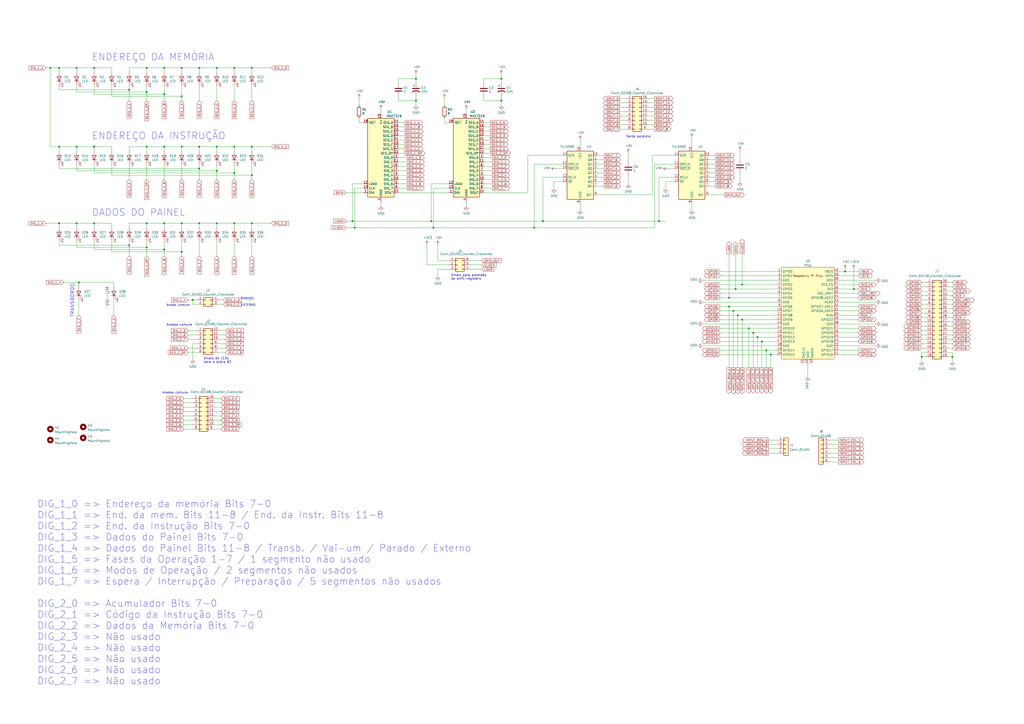
<source format=kicad_sch>
(kicad_sch (version 20211123) (generator eeschema)
  (paper "A2")
  (junction (at 105.41 85.09))
  (junction (at 34.29 39.37))
  (junction (at 422.91 172.72))
  (junction (at 146.05 129.54))
  (junction (at 241.3 45.72))
  (junction (at 115.57 85.09))
  (junction (at 105.41 55.88))
  (junction (at 146.05 39.37))
  (junction (at 95.25 144.78))
  (junction (at 44.45 39.37))
  (junction (at 105.41 146.05))
  (junction (at 115.57 97.79))
  (junction (at 85.09 85.09))
  (junction (at 436.88 193.04))
  (junction (at 115.57 129.54))
  (junction (at 95.25 129.54))
  (junction (at 430.53 185.42))
  (junction (at 205.74 132.08))
  (junction (at 447.04 205.74))
  (junction (at 422.91 177.8))
  (junction (at 441.96 198.12))
  (junction (at 115.57 39.37))
  (junction (at 44.45 85.09))
  (junction (at 105.41 129.54))
  (junction (at 251.46 132.08))
  (junction (at 95.25 39.37))
  (junction (at 111.76 173.99))
  (junction (at 45.72 163.83))
  (junction (at 85.09 129.54))
  (junction (at 54.61 85.09))
  (junction (at 241.3 58.42))
  (junction (at 135.89 100.33))
  (junction (at 434.34 190.5))
  (junction (at 204.47 128.27))
  (junction (at 495.3 167.64))
  (junction (at 95.25 54.61))
  (junction (at 54.61 39.37))
  (junction (at 34.29 85.09))
  (junction (at 95.25 85.09))
  (junction (at 146.05 85.09))
  (junction (at 290.83 58.42))
  (junction (at 552.45 207.01))
  (junction (at 290.83 45.72))
  (junction (at 309.88 132.08))
  (junction (at 85.09 53.34))
  (junction (at 74.93 142.24))
  (junction (at 146.05 101.6))
  (junction (at 426.72 167.64))
  (junction (at 34.29 129.54))
  (junction (at 439.42 195.58))
  (junction (at 125.73 129.54))
  (junction (at 534.67 207.01))
  (junction (at 105.41 39.37))
  (junction (at 125.73 39.37))
  (junction (at 125.73 85.09))
  (junction (at 44.45 129.54))
  (junction (at 135.89 85.09))
  (junction (at 427.99 182.88))
  (junction (at 85.09 143.51))
  (junction (at 74.93 52.07))
  (junction (at 54.61 129.54))
  (junction (at 250.19 128.27))
  (junction (at 430.53 165.1))
  (junction (at 125.73 99.06))
  (junction (at 135.89 39.37))
  (junction (at 425.45 180.34))
  (junction (at 135.89 129.54))
  (junction (at 314.96 128.27))
  (junction (at 490.22 157.48))
  (junction (at 85.09 39.37))
  (junction (at 444.5 203.2))
  (junction (at 382.27 128.27))
  (junction (at 29.21 39.37))
  (wire (pts (xy 379.73 59.69) (xy 375.92 59.69)))
  (wire (pts (xy 254 156.21) (xy 260.35 156.21)))
  (wire (pts (xy 125.73 49.53) (xy 125.73 58.42)))
  (wire (pts (xy 549.91 207.01) (xy 552.45 207.01)))
  (wire (pts (xy 537.21 166.37) (xy 534.67 166.37)))
  (wire (pts (xy 34.29 87.63) (xy 34.29 85.09)))
  (wire (pts (xy 537.21 191.77) (xy 534.67 191.77)))
  (wire (pts (xy 200.66 132.08) (xy 205.74 132.08)))
  (wire (pts (xy 422.91 213.36) (xy 422.91 177.8)))
  (wire (pts (xy 537.21 176.53) (xy 534.67 176.53)))
  (wire (pts (xy 105.41 129.54) (xy 115.57 129.54)))
  (wire (pts (xy 125.73 87.63) (xy 125.73 85.09)))
  (wire (pts (xy 44.45 41.91) (xy 44.45 39.37)))
  (wire (pts (xy 34.29 95.25) (xy 34.29 97.79)))
  (wire (pts (xy 549.91 194.31) (xy 552.45 194.31)))
  (wire (pts (xy 135.89 41.91) (xy 135.89 39.37)))
  (wire (pts (xy 441.96 198.12) (xy 450.85 198.12)))
  (wire (pts (xy 34.29 49.53) (xy 34.29 52.07)))
  (wire (pts (xy 74.93 87.63) (xy 74.93 85.09)))
  (wire (pts (xy 111.76 199.39) (xy 111.76 208.28)))
  (wire (pts (xy 247.65 142.24) (xy 247.65 153.67)))
  (wire (pts (xy 105.41 146.05) (xy 105.41 148.59)))
  (wire (pts (xy 231.14 45.72) (xy 241.3 45.72)))
  (wire (pts (xy 379.73 67.31) (xy 375.92 67.31)))
  (wire (pts (xy 204.47 128.27) (xy 204.47 106.68)))
  (wire (pts (xy 415.29 107.95) (xy 411.48 107.95)))
  (wire (pts (xy 280.67 78.74) (xy 284.48 78.74)))
  (wire (pts (xy 34.29 132.08) (xy 34.29 129.54)))
  (wire (pts (xy 54.61 95.25) (xy 54.61 100.33)))
  (wire (pts (xy 54.61 139.7) (xy 54.61 144.78)))
  (wire (pts (xy 115.57 139.7) (xy 115.57 148.59)))
  (wire (pts (xy 486.41 162.56) (xy 508 162.56)))
  (wire (pts (xy 386.08 105.41) (xy 386.08 109.22)))
  (wire (pts (xy 205.74 132.08) (xy 205.74 109.22)))
  (wire (pts (xy 534.67 168.91) (xy 537.21 168.91)))
  (wire (pts (xy 549.91 204.47) (xy 552.45 204.47)))
  (wire (pts (xy 321.31 109.22) (xy 321.31 105.41)))
  (wire (pts (xy 417.83 182.88) (xy 427.99 182.88)))
  (wire (pts (xy 204.47 128.27) (xy 250.19 128.27)))
  (wire (pts (xy 322.58 97.79) (xy 326.39 97.79)))
  (wire (pts (xy 379.73 69.85) (xy 375.92 69.85)))
  (wire (pts (xy 128.27 233.68) (xy 124.46 233.68)))
  (wire (pts (xy 125.73 104.14) (xy 125.73 99.06)))
  (wire (pts (xy 125.73 85.09) (xy 135.89 85.09)))
  (wire (pts (xy 135.89 132.08) (xy 135.89 129.54)))
  (wire (pts (xy 200.66 111.76) (xy 210.82 111.76)))
  (wire (pts (xy 109.22 201.93) (xy 114.3 201.93)))
  (wire (pts (xy 34.29 52.07) (xy 74.93 52.07)))
  (wire (pts (xy 391.16 95.25) (xy 379.73 95.25)))
  (wire (pts (xy 427.99 182.88) (xy 427.99 213.36)))
  (wire (pts (xy 280.67 109.22) (xy 285.75 109.22)))
  (wire (pts (xy 220.98 63.5) (xy 220.98 66.04)))
  (wire (pts (xy 552.45 171.45) (xy 549.91 171.45)))
  (wire (pts (xy 241.3 45.72) (xy 241.3 43.18)))
  (wire (pts (xy 481.33 255.27) (xy 486.41 255.27)))
  (wire (pts (xy 270.51 63.5) (xy 270.51 66.04)))
  (wire (pts (xy 486.41 172.72) (xy 497.84 172.72)))
  (wire (pts (xy 314.96 128.27) (xy 314.96 102.87)))
  (wire (pts (xy 129.54 176.53) (xy 127 176.53)))
  (wire (pts (xy 254 160.02) (xy 254 156.21)))
  (wire (pts (xy 486.41 205.74) (xy 497.84 205.74)))
  (wire (pts (xy 436.88 193.04) (xy 450.85 193.04)))
  (wire (pts (xy 537.21 181.61) (xy 534.67 181.61)))
  (wire (pts (xy 417.83 198.12) (xy 441.96 198.12)))
  (wire (pts (xy 280.67 81.28) (xy 284.48 81.28)))
  (wire (pts (xy 314.96 102.87) (xy 326.39 102.87)))
  (wire (pts (xy 64.77 85.09) (xy 64.77 87.63)))
  (wire (pts (xy 417.83 195.58) (xy 439.42 195.58)))
  (wire (pts (xy 481.33 257.81) (xy 486.41 257.81)))
  (wire (pts (xy 105.41 49.53) (xy 105.41 55.88)))
  (wire (pts (xy 95.25 85.09) (xy 105.41 85.09)))
  (wire (pts (xy 125.73 99.06) (xy 125.73 95.25)))
  (wire (pts (xy 54.61 100.33) (xy 135.89 100.33)))
  (wire (pts (xy 346.71 113.03) (xy 378.46 113.03)))
  (wire (pts (xy 350.52 90.17) (xy 346.71 90.17)))
  (wire (pts (xy 54.61 49.53) (xy 54.61 54.61)))
  (wire (pts (xy 106.68 238.76) (xy 111.76 238.76)))
  (wire (pts (xy 552.45 204.47) (xy 552.45 207.01)))
  (wire (pts (xy 436.88 193.04) (xy 436.88 213.36)))
  (wire (pts (xy 146.05 132.08) (xy 146.05 129.54)))
  (wire (pts (xy 280.67 76.2) (xy 284.48 76.2)))
  (wire (pts (xy 236.22 106.68) (xy 231.14 106.68)))
  (wire (pts (xy 231.14 81.28) (xy 234.95 81.28)))
  (wire (pts (xy 279.4 153.67) (xy 273.05 153.67)))
  (wire (pts (xy 231.14 99.06) (xy 236.22 99.06)))
  (wire (pts (xy 534.67 207.01) (xy 534.67 209.55)))
  (wire (pts (xy 231.14 93.98) (xy 236.22 93.98)))
  (wire (pts (xy 135.89 49.53) (xy 135.89 58.42)))
  (wire (pts (xy 382.27 128.27) (xy 386.08 128.27)))
  (wire (pts (xy 125.73 129.54) (xy 135.89 129.54)))
  (wire (pts (xy 364.49 88.9) (xy 364.49 93.98)))
  (wire (pts (xy 208.28 57.15) (xy 208.28 60.96)))
  (wire (pts (xy 306.07 111.76) (xy 306.07 90.17)))
  (wire (pts (xy 387.35 97.79) (xy 391.16 97.79)))
  (wire (pts (xy 34.29 41.91) (xy 34.29 39.37)))
  (wire (pts (xy 115.57 85.09) (xy 125.73 85.09)))
  (wire (pts (xy 427.99 182.88) (xy 450.85 182.88)))
  (wire (pts (xy 231.14 86.36) (xy 234.95 86.36)))
  (wire (pts (xy 486.41 157.48) (xy 490.22 157.48)))
  (wire (pts (xy 486.41 165.1) (xy 497.84 165.1)))
  (wire (pts (xy 95.25 132.08) (xy 95.25 129.54)))
  (wire (pts (xy 124.46 231.14) (xy 128.27 231.14)))
  (wire (pts (xy 146.05 49.53) (xy 146.05 58.42)))
  (wire (pts (xy 124.46 243.84) (xy 128.27 243.84)))
  (wire (pts (xy 231.14 88.9) (xy 234.95 88.9)))
  (wire (pts (xy 250.19 106.68) (xy 260.35 106.68)))
  (wire (pts (xy 336.55 81.28) (xy 336.55 85.09)))
  (wire (pts (xy 270.51 116.84) (xy 270.51 119.38)))
  (wire (pts (xy 200.66 128.27) (xy 204.47 128.27)))
  (wire (pts (xy 417.83 160.02) (xy 450.85 160.02)))
  (wire (pts (xy 468.63 210.82) (xy 468.63 218.44)))
  (wire (pts (xy 105.41 39.37) (xy 115.57 39.37)))
  (wire (pts (xy 534.67 204.47) (xy 537.21 204.47)))
  (wire (pts (xy 95.25 58.42) (xy 95.25 54.61)))
  (wire (pts (xy 220.98 116.84) (xy 220.98 119.38)))
  (wire (pts (xy 549.91 168.91) (xy 552.45 168.91)))
  (wire (pts (xy 486.41 187.96) (xy 508 187.96)))
  (wire (pts (xy 314.96 128.27) (xy 382.27 128.27)))
  (wire (pts (xy 66.04 166.37) (xy 66.04 163.83)))
  (wire (pts (xy 417.83 185.42) (xy 430.53 185.42)))
  (wire (pts (xy 537.21 186.69) (xy 534.67 186.69)))
  (wire (pts (xy 54.61 41.91) (xy 54.61 39.37)))
  (wire (pts (xy 135.89 129.54) (xy 146.05 129.54)))
  (wire (pts (xy 549.91 201.93) (xy 552.45 201.93)))
  (wire (pts (xy 44.45 99.06) (xy 125.73 99.06)))
  (wire (pts (xy 106.68 248.92) (xy 111.76 248.92)))
  (wire (pts (xy 105.41 55.88) (xy 105.41 58.42)))
  (wire (pts (xy 115.57 87.63) (xy 115.57 85.09)))
  (wire (pts (xy 280.67 55.88) (xy 280.67 58.42)))
  (wire (pts (xy 44.45 53.34) (xy 85.09 53.34)))
  (wire (pts (xy 95.25 39.37) (xy 105.41 39.37)))
  (wire (pts (xy 95.25 144.78) (xy 95.25 139.7)))
  (wire (pts (xy 534.67 184.15) (xy 537.21 184.15)))
  (wire (pts (xy 254 151.13) (xy 260.35 151.13)))
  (wire (pts (xy 285.75 101.6) (xy 280.67 101.6)))
  (wire (pts (xy 486.41 160.02) (xy 497.84 160.02)))
  (wire (pts (xy 44.45 85.09) (xy 54.61 85.09)))
  (wire (pts (xy 34.29 39.37) (xy 44.45 39.37)))
  (wire (pts (xy 486.41 190.5) (xy 497.84 190.5)))
  (wire (pts (xy 231.14 76.2) (xy 234.95 76.2)))
  (wire (pts (xy 401.32 121.92) (xy 401.32 118.11)))
  (wire (pts (xy 130.81 194.31) (xy 127 194.31)))
  (wire (pts (xy 54.61 85.09) (xy 64.77 85.09)))
  (wire (pts (xy 417.83 177.8) (xy 422.91 177.8)))
  (wire (pts (xy 481.33 265.43) (xy 486.41 265.43)))
  (wire (pts (xy 64.77 55.88) (xy 105.41 55.88)))
  (wire (pts (xy 146.05 39.37) (xy 157.48 39.37)))
  (wire (pts (xy 74.93 148.59) (xy 74.93 142.24)))
  (wire (pts (xy 105.41 139.7) (xy 105.41 146.05)))
  (wire (pts (xy 74.93 95.25) (xy 74.93 104.14)))
  (wire (pts (xy 486.41 185.42) (xy 497.84 185.42)))
  (wire (pts (xy 417.83 165.1) (xy 430.53 165.1)))
  (wire (pts (xy 552.45 207.01) (xy 552.45 209.55)))
  (wire (pts (xy 146.05 41.91) (xy 146.05 39.37)))
  (wire (pts (xy 115.57 41.91) (xy 115.57 39.37)))
  (wire (pts (xy 95.25 87.63) (xy 95.25 85.09)))
  (wire (pts (xy 236.22 101.6) (xy 231.14 101.6)))
  (wire (pts (xy 486.41 170.18) (xy 497.84 170.18)))
  (wire (pts (xy 236.22 91.44) (xy 231.14 91.44)))
  (wire (pts (xy 336.55 121.92) (xy 336.55 118.11)))
  (wire (pts (xy 386.08 105.41) (xy 391.16 105.41)))
  (wire (pts (xy 85.09 143.51) (xy 85.09 139.7)))
  (wire (pts (xy 379.73 132.08) (xy 309.88 132.08)))
  (wire (pts (xy 45.72 166.37) (xy 45.72 163.83)))
  (wire (pts (xy 114.3 204.47) (xy 109.22 204.47)))
  (wire (pts (xy 127 204.47) (xy 130.81 204.47)))
  (wire (pts (xy 486.41 177.8) (xy 497.84 177.8)))
  (wire (pts (xy 74.93 85.09) (xy 85.09 85.09)))
  (wire (pts (xy 115.57 97.79) (xy 115.57 95.25)))
  (wire (pts (xy 486.41 195.58) (xy 497.84 195.58)))
  (wire (pts (xy 34.29 97.79) (xy 115.57 97.79)))
  (wire (pts (xy 429.26 87.63) (xy 429.26 92.71)))
  (wire (pts (xy 359.41 69.85) (xy 363.22 69.85)))
  (wire (pts (xy 425.45 180.34) (xy 450.85 180.34)))
  (wire (pts (xy 486.41 182.88) (xy 497.84 182.88)))
  (wire (pts (xy 128.27 241.3) (xy 124.46 241.3)))
  (wire (pts (xy 109.22 191.77) (xy 114.3 191.77)))
  (wire (pts (xy 44.45 95.25) (xy 44.45 99.06)))
  (wire (pts (xy 379.73 72.39) (xy 375.92 72.39)))
  (wire (pts (xy 29.21 39.37) (xy 34.29 39.37)))
  (wire (pts (xy 422.91 147.32) (xy 422.91 172.72)))
  (wire (pts (xy 350.52 92.71) (xy 346.71 92.71)))
  (wire (pts (xy 378.46 90.17) (xy 391.16 90.17)))
  (wire (pts (xy 495.3 167.64) (xy 497.84 167.64)))
  (wire (pts (xy 74.93 39.37) (xy 85.09 39.37)))
  (wire (pts (xy 439.42 195.58) (xy 439.42 213.36)))
  (wire (pts (xy 44.45 132.08) (xy 44.45 129.54)))
  (wire (pts (xy 445.77 262.89) (xy 450.85 262.89)))
  (wire (pts (xy 417.83 203.2) (xy 444.5 203.2)))
  (wire (pts (xy 111.76 173.99) (xy 111.76 176.53)))
  (wire (pts (xy 447.04 205.74) (xy 447.04 213.36)))
  (wire (pts (xy 257.81 68.58) (xy 257.81 71.12)))
  (wire (pts (xy 417.83 190.5) (xy 434.34 190.5)))
  (wire (pts (xy 350.52 95.25) (xy 346.71 95.25)))
  (wire (pts (xy 364.49 101.6) (xy 364.49 106.68)))
  (wire (pts (xy 85.09 95.25) (xy 85.09 104.14)))
  (wire (pts (xy 146.05 95.25) (xy 146.05 101.6)))
  (wire (pts (xy 280.67 104.14) (xy 285.75 104.14)))
  (wire (pts (xy 379.73 74.93) (xy 375.92 74.93)))
  (wire (pts (xy 125.73 132.08) (xy 125.73 129.54)))
  (wire (pts (xy 430.53 147.32) (xy 430.53 165.1)))
  (wire (pts (xy 124.46 246.38) (xy 128.27 246.38)))
  (wire (pts (xy 231.14 58.42) (xy 241.3 58.42)))
  (wire (pts (xy 111.76 236.22) (xy 106.68 236.22)))
  (wire (pts (xy 444.5 203.2) (xy 444.5 213.36)))
  (wire (pts (xy 115.57 49.53) (xy 115.57 58.42)))
  (wire (pts (xy 447.04 205.74) (xy 450.85 205.74)))
  (wire (pts (xy 85.09 85.09) (xy 95.25 85.09)))
  (wire (pts (xy 208.28 68.58) (xy 208.28 71.12)))
  (wire (pts (xy 111.76 246.38) (xy 106.68 246.38)))
  (wire (pts (xy 280.67 83.82) (xy 284.48 83.82)))
  (wire (pts (xy 537.21 207.01) (xy 534.67 207.01)))
  (wire (pts (xy 115.57 104.14) (xy 115.57 97.79)))
  (wire (pts (xy 64.77 146.05) (xy 105.41 146.05)))
  (wire (pts (xy 127 199.39) (xy 130.81 199.39)))
  (wire (pts (xy 208.28 71.12) (xy 210.82 71.12)))
  (wire (pts (xy 66.04 173.99) (xy 66.04 182.88)))
  (wire (pts (xy 306.07 90.17) (xy 326.39 90.17)))
  (wire (pts (xy 486.41 180.34) (xy 497.84 180.34)))
  (wire (pts (xy 54.61 87.63) (xy 54.61 85.09)))
  (wire (pts (xy 401.32 80.01) (xy 401.32 85.09)))
  (wire (pts (xy 135.89 139.7) (xy 135.89 148.59)))
  (wire (pts (xy 231.14 48.26) (xy 231.14 45.72)))
  (wire (pts (xy 549.91 166.37) (xy 552.45 166.37)))
  (wire (pts (xy 425.45 180.34) (xy 425.45 213.36)))
  (wire (pts (xy 534.67 201.93) (xy 537.21 201.93)))
  (wire (pts (xy 44.45 139.7) (xy 44.45 143.51)))
  (wire (pts (xy 251.46 132.08) (xy 205.74 132.08)))
  (wire (pts (xy 280.67 86.36) (xy 284.48 86.36)))
  (wire (pts (xy 231.14 78.74) (xy 234.95 78.74)))
  (wire (pts (xy 231.14 71.12) (xy 234.95 71.12)))
  (wire (pts (xy 486.41 200.66) (xy 508 200.66)))
  (wire (pts (xy 486.41 193.04) (xy 497.84 193.04)))
  (wire (pts (xy 534.67 189.23) (xy 537.21 189.23)))
  (wire (pts (xy 379.73 57.15) (xy 375.92 57.15)))
  (wire (pts (xy 85.09 129.54) (xy 95.25 129.54)))
  (wire (pts (xy 257.81 71.12) (xy 260.35 71.12)))
  (wire (pts (xy 114.3 199.39) (xy 111.76 199.39)))
  (wire (pts (xy 486.41 198.12) (xy 497.84 198.12)))
  (wire (pts (xy 127 173.99) (xy 129.54 173.99)))
  (wire (pts (xy 445.77 255.27) (xy 450.85 255.27)))
  (wire (pts (xy 45.72 173.99) (xy 45.72 182.88)))
  (wire (pts (xy 54.61 54.61) (xy 95.25 54.61)))
  (wire (pts (xy 29.21 85.09) (xy 34.29 85.09)))
  (wire (pts (xy 260.35 153.67) (xy 247.65 153.67)))
  (wire (pts (xy 417.83 170.18) (xy 450.85 170.18)))
  (wire (pts (xy 417.83 193.04) (xy 436.88 193.04)))
  (wire (pts (xy 552.45 191.77) (xy 549.91 191.77)))
  (wire (pts (xy 254 142.24) (xy 254 151.13)))
  (wire (pts (xy 450.85 187.96) (xy 407.67 187.96)))
  (wire (pts (xy 280.67 73.66) (xy 284.48 73.66)))
  (wire (pts (xy 44.45 129.54) (xy 54.61 129.54)))
  (wire (pts (xy 359.41 64.77) (xy 363.22 64.77)))
  (wire (pts (xy 85.09 58.42) (xy 85.09 53.34)))
  (wire (pts (xy 85.09 41.91) (xy 85.09 39.37)))
  (wire (pts (xy 74.93 41.91) (xy 74.93 39.37)))
  (wire (pts (xy 290.83 45.72) (xy 290.83 43.18)))
  (wire (pts (xy 280.67 58.42) (xy 290.83 58.42)))
  (wire (pts (xy 205.74 109.22) (xy 210.82 109.22)))
  (wire (pts (xy 430.53 185.42) (xy 450.85 185.42)))
  (wire (pts (xy 125.73 41.91) (xy 125.73 39.37)))
  (wire (pts (xy 124.46 236.22) (xy 128.27 236.22)))
  (wire (pts (xy 105.41 41.91) (xy 105.41 39.37)))
  (wire (pts (xy 135.89 39.37) (xy 146.05 39.37)))
  (wire (pts (xy 45.72 163.83) (xy 36.83 163.83)))
  (wire (pts (xy 378.46 113.03) (xy 378.46 90.17)))
  (wire (pts (xy 64.77 95.25) (xy 64.77 101.6)))
  (wire (pts (xy 382.27 102.87) (xy 391.16 102.87)))
  (wire (pts (xy 146.05 85.09) (xy 157.48 85.09)))
  (wire (pts (xy 280.67 48.26) (xy 280.67 45.72)))
  (wire (pts (xy 280.67 111.76) (xy 306.07 111.76)))
  (wire (pts (xy 417.83 205.74) (xy 447.04 205.74)))
  (wire (pts (xy 290.83 48.26) (xy 290.83 45.72)))
  (wire (pts (xy 106.68 243.84) (xy 111.76 243.84)))
  (wire (pts (xy 495.3 156.21) (xy 495.3 167.64)))
  (wire (pts (xy 111.76 173.99) (xy 114.3 173.99)))
  (wire (pts (xy 450.85 162.56) (xy 407.67 162.56)))
  (wire (pts (xy 359.41 57.15) (xy 363.22 57.15)))
  (wire (pts (xy 74.93 132.08) (xy 74.93 129.54)))
  (wire (pts (xy 429.26 100.33) (xy 429.26 105.41)))
  (wire (pts (xy 537.21 171.45) (xy 534.67 171.45)))
  (wire (pts (xy 44.45 49.53) (xy 44.45 53.34)))
  (wire (pts (xy 45.72 163.83) (xy 66.04 163.83)))
  (wire (pts (xy 128.27 248.92) (xy 124.46 248.92)))
  (wire (pts (xy 422.91 177.8) (xy 450.85 177.8)))
  (wire (pts (xy 430.53 165.1) (xy 450.85 165.1)))
  (wire (pts (xy 552.45 196.85) (xy 549.91 196.85)))
  (wire (pts (xy 534.67 163.83) (xy 537.21 163.83)))
  (wire (pts (xy 250.19 128.27) (xy 314.96 128.27)))
  (wire (pts (xy 34.29 85.09) (xy 44.45 85.09)))
  (wire (pts (xy 135.89 104.14) (xy 135.89 100.33)))
  (wire (pts (xy 29.21 39.37) (xy 29.21 85.09)))
  (wire (pts (xy 481.33 267.97) (xy 486.41 267.97)))
  (wire (pts (xy 106.68 233.68) (xy 111.76 233.68)))
  (wire (pts (xy 359.41 67.31) (xy 363.22 67.31)))
  (wire (pts (xy 481.33 262.89) (xy 486.41 262.89)))
  (wire (pts (xy 85.09 132.08) (xy 85.09 129.54)))
  (wire (pts (xy 250.19 128.27) (xy 250.19 106.68)))
  (wire (pts (xy 115.57 39.37) (xy 125.73 39.37)))
  (wire (pts (xy 105.41 95.25) (xy 105.41 104.14)))
  (wire (pts (xy 534.67 199.39) (xy 537.21 199.39)))
  (wire (pts (xy 379.73 95.25) (xy 379.73 132.08)))
  (wire (pts (xy 552.45 181.61) (xy 549.91 181.61)))
  (wire (pts (xy 257.81 57.15) (xy 257.81 60.96)))
  (wire (pts (xy 379.73 62.23) (xy 375.92 62.23)))
  (wire (pts (xy 85.09 53.34) (xy 85.09 49.53)))
  (wire (pts (xy 549.91 173.99) (xy 552.45 173.99)))
  (wire (pts (xy 105.41 85.09) (xy 115.57 85.09)))
  (wire (pts (xy 251.46 132.08) (xy 309.88 132.08)))
  (wire (pts (xy 130.81 201.93) (xy 127 201.93)))
  (wire (pts (xy 54.61 129.54) (xy 64.77 129.54)))
  (wire (pts (xy 411.48 113.03) (xy 420.37 113.03)))
  (wire (pts (xy 74.93 142.24) (xy 74.93 139.7)))
  (wire (pts (xy 415.29 90.17) (xy 411.48 90.17)))
  (wire (pts (xy 34.29 139.7) (xy 34.29 142.24)))
  (wire (pts (xy 85.09 87.63) (xy 85.09 85.09)))
  (wire (pts (xy 273.05 156.21) (xy 279.4 156.21)))
  (wire (pts (xy 309.88 95.25) (xy 326.39 95.25)))
  (wire (pts (xy 481.33 260.35) (xy 486.41 260.35)))
  (wire (pts (xy 280.67 93.98) (xy 285.75 93.98)))
  (wire (pts (xy 426.72 167.64) (xy 450.85 167.64)))
  (wire (pts (xy 359.41 59.69) (xy 363.22 59.69)))
  (wire (pts (xy 534.67 179.07) (xy 537.21 179.07)))
  (wire (pts (xy 350.52 105.41) (xy 346.71 105.41)))
  (wire (pts (xy 441.96 198.12) (xy 441.96 213.36)))
  (wire (pts (xy 417.83 167.64) (xy 426.72 167.64)))
  (wire (pts (xy 534.67 207.01) (xy 534.67 204.47)))
  (wire (pts (xy 231.14 111.76) (xy 260.35 111.76)))
  (wire (pts (xy 280.67 71.12) (xy 284.48 71.12)))
  (wire (pts (xy 379.73 64.77) (xy 375.92 64.77)))
  (wire (pts (xy 486.41 175.26) (xy 508 175.26)))
  (wire (pts (xy 231.14 73.66) (xy 234.95 73.66)))
  (wire (pts (xy 350.52 100.33) (xy 346.71 100.33)))
  (wire (pts (xy 135.89 87.63) (xy 135.89 85.09)))
  (wire (pts (xy 359.41 72.39) (xy 363.22 72.39)))
  (wire (pts (xy 422.91 172.72) (xy 450.85 172.72)))
  (wire (pts (xy 260.35 109.22) (xy 251.46 109.22)))
  (wire (pts (xy 537.21 196.85) (xy 534.67 196.85)))
  (wire (pts (xy 124.46 238.76) (xy 128.27 238.76)))
  (wire (pts (xy 34.29 142.24) (xy 74.93 142.24)))
  (wire (pts (xy 26.67 129.54) (xy 34.29 129.54)))
  (wire (pts (xy 552.45 186.69) (xy 549.91 186.69)))
  (wire (pts (xy 285.75 106.68) (xy 280.67 106.68)))
  (wire (pts (xy 231.14 83.82) (xy 234.95 83.82)))
  (wire (pts (xy 54.61 39.37) (xy 64.77 39.37)))
  (wire (pts (xy 417.83 157.48) (xy 450.85 157.48)))
  (wire (pts (xy 54.61 144.78) (xy 95.25 144.78)))
  (wire (pts (xy 54.61 132.08) (xy 54.61 129.54)))
  (wire (pts (xy 439.42 195.58) (xy 450.85 195.58)))
  (wire (pts (xy 445.77 257.81) (xy 450.85 257.81)))
  (wire (pts (xy 490.22 157.48) (xy 497.84 157.48)))
  (wire (pts (xy 450.85 200.66) (xy 407.67 200.66)))
  (wire (pts (xy 74.93 58.42) (xy 74.93 52.07)))
  (wire (pts (xy 251.46 109.22) (xy 251.46 132.08)))
  (wire (pts (xy 135.89 85.09) (xy 146.05 85.09)))
  (wire (pts (xy 95.25 148.59) (xy 95.25 144.78)))
  (wire (pts (xy 105.41 132.08) (xy 105.41 129.54)))
  (wire (pts (xy 135.89 100.33) (xy 135.89 95.25)))
  (wire (pts (xy 231.14 109.22) (xy 236.22 109.22)))
  (wire (pts (xy 434.34 190.5) (xy 450.85 190.5)))
  (wire (pts (xy 64.77 101.6) (xy 146.05 101.6)))
  (wire (pts (xy 534.67 194.31) (xy 537.21 194.31)))
  (wire (pts (xy 114.3 196.85) (xy 109.22 196.85)))
  (wire (pts (xy 146.05 87.63) (xy 146.05 85.09)))
  (wire (pts (xy 95.25 54.61) (xy 95.25 49.53)))
  (wire (pts (xy 415.29 100.33) (xy 411.48 100.33)))
  (wire (pts (xy 44.45 39.37) (xy 54.61 39.37)))
  (wire (pts (xy 350.52 97.79) (xy 346.71 97.79)))
  (wire (pts (xy 273.05 151.13) (xy 279.4 151.13)))
  (wire (pts (xy 415.29 97.79) (xy 411.48 97.79)))
  (wire (pts (xy 241.3 60.96) (xy 241.3 58.42)))
  (wire (pts (xy 445.77 260.35) (xy 450.85 260.35)))
  (wire (pts (xy 109.22 194.31) (xy 114.3 194.31)))
  (wire (pts (xy 127 196.85) (xy 130.81 196.85)))
  (wire (pts (xy 26.67 39.37) (xy 29.21 39.37)))
  (wire (pts (xy 434.34 190.5) (xy 434.34 213.36)))
  (wire (pts (xy 350.52 107.95) (xy 346.71 107.95)))
  (wire (pts (xy 64.77 39.37) (xy 64.77 41.91)))
  (wire (pts (xy 359.41 62.23) (xy 363.22 62.23)))
  (wire (pts (xy 241.3 48.26) (xy 241.3 45.72)))
  (wire (pts (xy 125.73 139.7) (xy 125.73 148.59)))
  (wire (pts (xy 106.68 231.14) (xy 111.76 231.14)))
  (wire (pts (xy 430.53 185.42) (xy 430.53 213.36)))
  (wire (pts (xy 146.05 139.7) (xy 146.05 148.59)))
  (wire (pts (xy 290.83 58.42) (xy 290.83 55.88)))
  (wire (pts (xy 146.05 101.6) (xy 146.05 104.14)))
  (wire (pts (xy 549.91 189.23) (xy 552.45 189.23)))
  (wire (pts (xy 552.45 176.53) (xy 549.91 176.53)))
  (wire (pts (xy 549.91 179.07) (xy 552.45 179.07)))
  (wire (pts (xy 415.29 95.25) (xy 411.48 95.25)))
  (wire (pts (xy 34.29 129.54) (xy 44.45 129.54)))
  (wire (pts (xy 280.67 99.06) (xy 285.75 99.06)))
  (wire (pts (xy 115.57 132.08) (xy 115.57 129.54)))
  (wire (pts (xy 44.45 87.63) (xy 44.45 85.09)))
  (wire (pts (xy 549.91 199.39) (xy 552.45 199.39)))
  (wire (pts (xy 231.14 104.14) (xy 236.22 104.14)))
  (wire (pts (xy 417.83 180.34) (xy 425.45 180.34)))
  (wire (pts (xy 490.22 157.48) (xy 490.22 156.21)))
  (wire (pts (xy 415.29 92.71) (xy 411.48 92.71)))
  (wire (pts (xy 285.75 96.52) (xy 280.67 96.52)))
  (wire (pts (xy 444.5 203.2) (xy 450.85 203.2)))
  (wire (pts (xy 382.27 128.27) (xy 382.27 102.87)))
  (wire (pts (xy 95.25 95.25) (xy 95.25 104.14)))
  (wire (pts (xy 105.41 87.63) (xy 105.41 85.09)))
  (wire (pts (xy 321.31 105.41) (xy 326.39 105.41)))
  (wire (pts (xy 549.91 163.83) (xy 552.45 163.83)))
  (wire (pts (xy 495.3 167.64) (xy 486.41 167.64)))
  (wire (pts (xy 64.77 139.7) (xy 64.77 146.05)))
  (wire (pts (xy 486.41 203.2) (xy 497.84 203.2)))
  (wire (pts (xy 64.77 49.53) (xy 64.77 55.88)))
  (wire (pts (xy 74.93 129.54) (xy 85.09 129.54)))
  (wire (pts (xy 85.09 148.59) (xy 85.09 143.51)))
  (wire (pts (xy 236.22 96.52) (xy 231.14 96.52)))
  (wire (pts (xy 95.25 129.54) (xy 105.41 129.54)))
  (wire (pts (xy 280.67 45.72) (xy 290.83 45.72)))
  (wire (pts (xy 241.3 58.42) (xy 241.3 55.88)))
  (wire (pts (xy 115.57 129.54) (xy 125.73 129.54)))
  (wire (pts (xy 350.52 102.87) (xy 346.71 102.87)))
  (wire (pts (xy 231.14 55.88) (xy 231.14 58.42)))
  (wire (pts (xy 85.09 39.37) (xy 95.25 39.37)))
  (wire (pts (xy 111.76 241.3) (xy 106.68 241.3)))
  (wire (pts (xy 74.93 52.07) (xy 74.93 49.53)))
  (wire (pts (xy 415.29 105.41) (xy 411.48 105.41)))
  (wire (pts (xy 534.67 173.99) (xy 537.21 173.99)))
  (wire (pts (xy 290.83 60.96) (xy 290.83 58.42)))
  (wire (pts (xy 109.22 173.99) (xy 111.76 173.99)))
  (wire (pts (xy 415.29 102.87) (xy 411.48 102.87)))
  (wire (pts (xy 44.45 143.51) (xy 85.09 143.51)))
  (wire (pts (xy 64.77 129.54) (xy 64.77 132.08)))
  (wire (pts (xy 549.91 184.15) (xy 552.45 184.15)))
  (wire (pts (xy 204.47 106.68) (xy 210.82 106.68)))
  (wire (pts (xy 285.75 91.44) (xy 280.67 91.44)))
  (wire (pts (xy 450.85 175.26) (xy 407.67 175.26)))
  (wire (pts (xy 111.76 176.53) (xy 114.3 176.53)))
  (wire (pts (xy 426.72 147.32) (xy 426.72 167.64)))
  (wire (pts (xy 146.05 129.54) (xy 157.48 129.54)))
  (wire (pts (xy 309.88 132.08) (xy 309.88 95.25)))
  (wire (pts (xy 95.25 41.91) (xy 95.25 39.37)))
  (wire (pts (xy 125.73 39.37) (xy 135.89 39.37)))
  (wire (pts (xy 280.67 88.9) (xy 284.48 88.9)))
  (wire (pts (xy 359.41 74.93) (xy 363.22 74.93)))
  (wire (pts (xy 417.83 172.72) (xy 422.91 172.72)))
  (wire (pts (xy 127 191.77) (xy 130.81 191.77)))
  (text "Saída paralela" (at 363.22 80.01 0) (effects (font (size 1.27 1.27)) (justify left bottom)))
  (text "EXTERNO" (at 139.7 177.8 0) (effects (font (size 1.27 1.27)) (justify left bottom)))
  (text "ENDEREÇO DA INSTRUÇÃO" (at 53.34 81.28 0) (effects (font (size 3.9878 3.9878)) (justify left bottom)))
  (text "TRANSBORDO" (at 43.18 184.15 90) (effects (font (size 2.0066 2.0066)) (justify left bottom)))
  (text "Anodos comuns" (at 93.98 228.6 0) (effects (font (size 1.27 1.27)) (justify left bottom)))
  (text "PARADO" (at 139.7 173.99 0) (effects (font (size 1.27 1.27)) (justify left bottom)))
  (text "DIG_1_0 => Endereço da memória Bits 7-0\nDIG_1_1 => End. da mem. Bits 11-8 / End. da Instr. Bits 11-8\nDIG_1_2 => End. da Instrução Bits 7-0\nDIG_1_3 => Dados do Painel Bits 7-0\nDIG_1_4 => Dados do Painel Bits 11-8 / Transb. / Vai-um / Parado / Externo\nDIG_1_5 => Fases da Operação 1-7 / 1 segmento não usado\nDIG_1_6 => Modos de Operação / 2 segmentos não usados\nDIG_1_7 => Espera / Interrupção / Preparação / 5 segmentos não usados\n\nDIG_2_0 => Acumulador Bits 7-0\nDIG_2_1 => Código da Instrução Bits 7-0\nDIG_2_2 => Dados da Memória Bits 7-0\nDIG_2_3 => Não usado\nDIG_2_4 => Não usado\nDIG_2_5 => Não usado\nDIG_2_6 => Não usado\nDIG_2_7 => Não usado" (at 21.59 397.51 0) (effects (font (size 3.9878 3.9878)) (justify left bottom)))
  (text "VAI-UM" (at 63.5 177.8 90) (effects (font (size 2.0066 2.0066)) (justify left bottom)))
  (text "DADOS DO PAINEL" (at 53.34 125.73 0) (effects (font (size 3.9878 3.9878)) (justify left bottom)))
  (text "ENDEREÇO DA MEMÓRIA" (at 53.34 35.56 0) (effects (font (size 3.9878 3.9878)) (justify left bottom)))
  (text "Sinais de LEDs\npara a placa #2" (at 118.11 210.82 0) (effects (font (size 1.27 1.27)) (justify left bottom)))
  (text "Anodos comuns" (at 96.52 189.23 0) (effects (font (size 1.27 1.27)) (justify left bottom)))
  (text "Anodo comum" (at 96.52 177.8 0) (effects (font (size 1.27 1.27)) (justify left bottom)))
  (text "Sinais para extensão\nde shift-registers" (at 261.62 162.56 0) (effects (font (size 1.27 1.27)) (justify left bottom)))
  (global_label "SEG_1_DP" (shape output) (at 234.95 88.9 0) (property "Intersheet References" "${INTERSHEET_REFS}" (effects hide)))
  (global_label "SEG_1_D" (shape input) (at 135.89 104.14 270) (property "Intersheet References" "${INTERSHEET_REFS}" (effects hide)))
  (global_label "SEG_1_G" (shape input) (at 125.73 104.14 270) (property "Intersheet References" "${INTERSHEET_REFS}" (effects hide)))
  (global_label "INPUT_ROW_D" (shape output) (at 445.77 262.89 180) (property "Intersheet References" "${INTERSHEET_REFS}" (effects hide)))
  (global_label "INPUT_COL_4" (shape output) (at 486.41 262.89 0) (property "Intersheet References" "${INTERSHEET_REFS}" (effects hide)))
  (global_label "LOAD" (shape input) (at 200.66 128.27 180) (property "Intersheet References" "${INTERSHEET_REFS}" (effects hide)))
  (global_label "LOAD" (shape output) (at 422.91 147.32 90) (property "Intersheet References" "${INTERSHEET_REFS}" (effects hide)))
  (global_label "SEG_1_DP" (shape input) (at 85.09 148.59 270) (property "Intersheet References" "${INTERSHEET_REFS}" (effects hide)))
  (global_label "GPIO22" (shape bidirectional) (at 552.45 186.69 0) (property "Intersheet References" "${INTERSHEET_REFS}" (effects hide)))
  (global_label "SEG_1_C" (shape input) (at 146.05 58.42 270) (property "Intersheet References" "${INTERSHEET_REFS}" (effects hide)))
  (global_label "VSYS" (shape bidirectional) (at 497.84 160.02 0) (property "Intersheet References" "${INTERSHEET_REFS}" (effects hide)))
  (global_label "DOUT_10" (shape output) (at 379.73 69.85 0) (property "Intersheet References" "${INTERSHEET_REFS}" (effects hide)))
  (global_label "DOUT_11" (shape output) (at 379.73 67.31 0) (property "Intersheet References" "${INTERSHEET_REFS}" (effects hide)))
  (global_label "SEG_1_DP" (shape input) (at 85.09 58.42 270) (property "Intersheet References" "${INTERSHEET_REFS}" (effects hide)))
  (global_label "DOUT_2" (shape output) (at 350.52 102.87 0) (property "Intersheet References" "${INTERSHEET_REFS}" (effects hide)))
  (global_label "SEG_1_DP" (shape input) (at 85.09 104.14 270) (property "Intersheet References" "${INTERSHEET_REFS}" (effects hide)))
  (global_label "INPUT_COL_2" (shape output) (at 436.88 213.36 270) (property "Intersheet References" "${INTERSHEET_REFS}" (effects hide)))
  (global_label "GPIO8" (shape bidirectional) (at 534.67 184.15 180) (property "Intersheet References" "${INTERSHEET_REFS}" (effects hide)))
  (global_label "DOUT_0" (shape output) (at 350.52 107.95 0) (property "Intersheet References" "${INTERSHEET_REFS}" (effects hide)))
  (global_label "SEG_1_B" (shape input) (at 95.25 148.59 270) (property "Intersheet References" "${INTERSHEET_REFS}" (effects hide)))
  (global_label "DOUT_11" (shape output) (at 415.29 100.33 0) (property "Intersheet References" "${INTERSHEET_REFS}" (effects hide)))
  (global_label "SEG_2_B" (shape input) (at 128.27 243.84 0) (property "Intersheet References" "${INTERSHEET_REFS}" (effects hide)))
  (global_label "DOUT_1" (shape output) (at 359.41 59.69 180) (property "Intersheet References" "${INTERSHEET_REFS}" (effects hide)))
  (global_label "DOUT_3" (shape output) (at 350.52 100.33 0) (property "Intersheet References" "${INTERSHEET_REFS}" (effects hide)))
  (global_label "DIG_2_1" (shape output) (at 285.75 93.98 0) (property "Intersheet References" "${INTERSHEET_REFS}" (effects hide)))
  (global_label "GPIO6" (shape bidirectional) (at 417.83 177.8 180) (property "Intersheet References" "${INTERSHEET_REFS}" (effects hide)))
  (global_label "SEG_2_A" (shape input) (at 128.27 241.3 0) (property "Intersheet References" "${INTERSHEET_REFS}" (effects hide)))
  (global_label "GPIO5" (shape bidirectional) (at 534.67 176.53 180) (property "Intersheet References" "${INTERSHEET_REFS}" (effects hide)))
  (global_label "DOUT_7" (shape output) (at 350.52 90.17 0) (property "Intersheet References" "${INTERSHEET_REFS}" (effects hide)))
  (global_label "DIG_2_0" (shape output) (at 285.75 91.44 0) (property "Intersheet References" "${INTERSHEET_REFS}" (effects hide)))
  (global_label "DOUT_6" (shape output) (at 350.52 92.71 0) (property "Intersheet References" "${INTERSHEET_REFS}" (effects hide)))
  (global_label "DOUT_2" (shape output) (at 359.41 62.23 180) (property "Intersheet References" "${INTERSHEET_REFS}" (effects hide)))
  (global_label "DIG_1_1" (shape input) (at 26.67 39.37 180) (property "Intersheet References" "${INTERSHEET_REFS}" (effects hide)))
  (global_label "DOUT_9" (shape output) (at 415.29 105.41 0) (property "Intersheet References" "${INTERSHEET_REFS}" (effects hide)))
  (global_label "SEG_1_F" (shape input) (at 115.57 104.14 270) (property "Intersheet References" "${INTERSHEET_REFS}" (effects hide)))
  (global_label "RUN" (shape bidirectional) (at 497.84 182.88 0) (property "Intersheet References" "${INTERSHEET_REFS}" (effects hide)))
  (global_label "SEG_2_C" (shape input) (at 128.27 231.14 0) (property "Intersheet References" "${INTERSHEET_REFS}" (effects hide)))
  (global_label "SEG_1_E" (shape input) (at 74.93 58.42 270) (property "Intersheet References" "${INTERSHEET_REFS}" (effects hide)))
  (global_label "GPIO10" (shape bidirectional) (at 534.67 189.23 180) (property "Intersheet References" "${INTERSHEET_REFS}" (effects hide)))
  (global_label "DIG_1_4" (shape input) (at 26.67 129.54 180) (property "Intersheet References" "${INTERSHEET_REFS}" (effects hide)))
  (global_label "INPUT_COL_2" (shape output) (at 486.41 257.81 0) (property "Intersheet References" "${INTERSHEET_REFS}" (effects hide)))
  (global_label "GPIO0" (shape bidirectional) (at 534.67 163.83 180) (property "Intersheet References" "${INTERSHEET_REFS}" (effects hide)))
  (global_label "DOUT_14" (shape output) (at 415.29 92.71 0) (property "Intersheet References" "${INTERSHEET_REFS}" (effects hide)))
  (global_label "SEG_1_F" (shape input) (at 115.57 58.42 270) (property "Intersheet References" "${INTERSHEET_REFS}" (effects hide)))
  (global_label "DIG_2_7" (shape input) (at 106.68 248.92 180) (property "Intersheet References" "${INTERSHEET_REFS}" (effects hide)))
  (global_label "CLOCK" (shape input) (at 279.4 153.67 0) (property "Intersheet References" "${INTERSHEET_REFS}" (effects hide)))
  (global_label "SEG_2_G" (shape input) (at 128.27 236.22 0) (property "Intersheet References" "${INTERSHEET_REFS}" (effects hide)))
  (global_label "VSYS" (shape bidirectional) (at 552.45 166.37 0) (property "Intersheet References" "${INTERSHEET_REFS}" (effects hide)))
  (global_label "INPUT_COL_6" (shape output) (at 447.04 213.36 270) (property "Intersheet References" "${INTERSHEET_REFS}" (effects hide)))
  (global_label "INPUT_ROW_C" (shape output) (at 427.99 213.36 270) (property "Intersheet References" "${INTERSHEET_REFS}" (effects hide)))
  (global_label "DOUT_13" (shape output) (at 415.29 95.25 0) (property "Intersheet References" "${INTERSHEET_REFS}" (effects hide)))
  (global_label "DOUT_3" (shape output) (at 359.41 64.77 180) (property "Intersheet References" "${INTERSHEET_REFS}" (effects hide)))
  (global_label "GPIO21" (shape bidirectional) (at 552.45 189.23 0) (property "Intersheet References" "${INTERSHEET_REFS}" (effects hide)))
  (global_label "DOUT_7" (shape output) (at 359.41 74.93 180) (property "Intersheet References" "${INTERSHEET_REFS}" (effects hide)))
  (global_label "SEG_2_DP" (shape input) (at 128.27 246.38 0) (property "Intersheet References" "${INTERSHEET_REFS}" (effects hide)))
  (global_label "DOUT_8" (shape output) (at 415.29 107.95 0) (property "Intersheet References" "${INTERSHEET_REFS}" (effects hide)))
  (global_label "SEG_1_E" (shape input) (at 74.93 148.59 270) (property "Intersheet References" "${INTERSHEET_REFS}" (effects hide)))
  (global_label "CLOCK" (shape output) (at 430.53 147.32 90) (property "Intersheet References" "${INTERSHEET_REFS}" (effects hide)))
  (global_label "SEG_1_G" (shape input) (at 130.81 196.85 0) (property "Intersheet References" "${INTERSHEET_REFS}" (effects hide)))
  (global_label "DOUT_8" (shape output) (at 379.73 74.93 0) (property "Intersheet References" "${INTERSHEET_REFS}" (effects hide)))
  (global_label "GPIO8" (shape bidirectional) (at 417.83 182.88 180) (property "Intersheet References" "${INTERSHEET_REFS}" (effects hide)))
  (global_label "SEG_1_F" (shape input) (at 115.57 148.59 270) (property "Intersheet References" "${INTERSHEET_REFS}" (effects hide)))
  (global_label "GPIO12" (shape bidirectional) (at 417.83 195.58 180) (property "Intersheet References" "${INTERSHEET_REFS}" (effects hide)))
  (global_label "DOUT_0" (shape output) (at 359.41 57.15 180) (property "Intersheet References" "${INTERSHEET_REFS}" (effects hide)))
  (global_label "ADC_VREF" (shape bidirectional) (at 497.84 170.18 0) (property "Intersheet References" "${INTERSHEET_REFS}" (effects hide)))
  (global_label "DIG_2_3" (shape input) (at 106.68 238.76 180) (property "Intersheet References" "${INTERSHEET_REFS}" (effects hide)))
  (global_label "GPIO22" (shape bidirectional) (at 497.84 185.42 0) (property "Intersheet References" "${INTERSHEET_REFS}" (effects hide)))
  (global_label "3V3_EN" (shape bidirectional) (at 497.84 165.1 0) (property "Intersheet References" "${INTERSHEET_REFS}" (effects hide)))
  (global_label "DOUT_5" (shape output) (at 359.41 69.85 180) (property "Intersheet References" "${INTERSHEET_REFS}" (effects hide)))
  (global_label "GPIO9" (shape bidirectional) (at 417.83 185.42 180) (property "Intersheet References" "${INTERSHEET_REFS}" (effects hide)))
  (global_label "INPUT_COL_5" (shape output) (at 486.41 265.43 0) (property "Intersheet References" "${INTERSHEET_REFS}" (effects hide)))
  (global_label "GPIO4" (shape bidirectional) (at 534.67 173.99 180) (property "Intersheet References" "${INTERSHEET_REFS}" (effects hide)))
  (global_label "SEG_1_G" (shape output) (at 234.95 86.36 0) (property "Intersheet References" "${INTERSHEET_REFS}" (effects hide)))
  (global_label "DIG_2_5" (shape output) (at 285.75 104.14 0) (property "Intersheet References" "${INTERSHEET_REFS}" (effects hide)))
  (global_label "DIG_2_2" (shape input) (at 106.68 236.22 180) (property "Intersheet References" "${INTERSHEET_REFS}" (effects hide)))
  (global_label "GPIO16" (shape bidirectional) (at 497.84 205.74 0) (property "Intersheet References" "${INTERSHEET_REFS}" (effects hide)))
  (global_label "DOUT_4" (shape output) (at 350.52 97.79 0) (property "Intersheet References" "${INTERSHEET_REFS}" (effects hide)))
  (global_label "SEG_1_F" (shape output) (at 234.95 83.82 0) (property "Intersheet References" "${INTERSHEET_REFS}" (effects hide)))
  (global_label "INPUT_ROW_A" (shape output) (at 445.77 255.27 180) (property "Intersheet References" "${INTERSHEET_REFS}" (effects hide)))
  (global_label "GPIO7" (shape bidirectional) (at 534.67 181.61 180) (property "Intersheet References" "${INTERSHEET_REFS}" (effects hide)))
  (global_label "GPIO7" (shape bidirectional) (at 417.83 180.34 180) (property "Intersheet References" "${INTERSHEET_REFS}" (effects hide)))
  (global_label "LOAD" (shape input) (at 279.4 156.21 0) (property "Intersheet References" "${INTERSHEET_REFS}" (effects hide)))
  (global_label "GPIO17" (shape bidirectional) (at 497.84 203.2 0) (property "Intersheet References" "${INTERSHEET_REFS}" (effects hide)))
  (global_label "GPIO2" (shape bidirectional) (at 417.83 165.1 180) (property "Intersheet References" "${INTERSHEET_REFS}" (effects hide)))
  (global_label "INPUT_COL_5" (shape output) (at 444.5 213.36 270) (property "Intersheet References" "${INTERSHEET_REFS}" (effects hide)))
  (global_label "GPIO11" (shape bidirectional) (at 534.67 191.77 180) (property "Intersheet References" "${INTERSHEET_REFS}" (effects hide)))
  (global_label "SEG_1_C" (shape input) (at 146.05 104.14 270) (property "Intersheet References" "${INTERSHEET_REFS}" (effects hide)))
  (global_label "SEG_1_D" (shape input) (at 129.54 173.99 0) (property "Intersheet References" "${INTERSHEET_REFS}" (effects hide)))
  (global_label "VBUS" (shape bidirectional) (at 497.84 157.48 0) (property "Intersheet References" "${INTERSHEET_REFS}" (effects hide)))
  (global_label "DIG_1_0" (shape output) (at 236.22 91.44 0) (property "Intersheet References" "${INTERSHEET_REFS}" (effects hide)))
  (global_label "GPIO10" (shape bidirectional) (at 417.83 190.5 180) (property "Intersheet References" "${INTERSHEET_REFS}" (effects hide)))
  (global_label "DATA_OUT" (shape input) (at 279.4 151.13 0) (property "Intersheet References" "${INTERSHEET_REFS}" (effects hide)))
  (global_label "GPIO4" (shape bidirectional) (at 417.83 170.18 180) (property "Intersheet References" "${INTERSHEET_REFS}" (effects hide)))
  (global_label "SEG_1_D" (shape input) (at 130.81 194.31 0) (property "Intersheet References" "${INTERSHEET_REFS}" (effects hide)))
  (global_label "GPIO6" (shape bidirectional) (at 534.67 179.07 180) (property "Intersheet References" "${INTERSHEET_REFS}" (effects hide)))
  (global_label "DIG_2_7" (shape output) (at 285.75 109.22 0) (property "Intersheet References" "${INTERSHEET_REFS}" (effects hide)))
  (global_label "SEG_2_G" (shape output) (at 284.48 86.36 0) (property "Intersheet References" "${INTERSHEET_REFS}" (effects hide)))
  (global_label "SEG_2_F" (shape output) (at 284.48 83.82 0) (property "Intersheet References" "${INTERSHEET_REFS}" (effects hide)))
  (global_label "DOUT_12" (shape output) (at 379.73 64.77 0) (property "Intersheet References" "${INTERSHEET_REFS}" (effects hide)))
  (global_label "SEG_1_B" (shape input) (at 95.25 58.42 270) (property "Intersheet References" "${INTERSHEET_REFS}" (effects hide)))
  (global_label "SEG_1_E" (shape output) (at 234.95 81.28 0) (property "Intersheet References" "${INTERSHEET_REFS}" (effects hide)))
  (global_label "DIG_1_7" (shape input) (at 109.22 196.85 180) (property "Intersheet References" "${INTERSHEET_REFS}" (effects hide)))
  (global_label "GPIO28" (shape bidirectional) (at 552.45 176.53 0) (property "Intersheet References" "${INTERSHEET_REFS}" (effects hide)))
  (global_label "GPIO3" (shape bidirectional) (at 534.67 171.45 180) (property "Intersheet References" "${INTERSHEET_REFS}" (effects hide)))
  (global_label "SEG_1_C" (shape output) (at 234.95 76.2 0) (property "Intersheet References" "${INTERSHEET_REFS}" (effects hide)))
  (global_label "DIG_1_5" (shape output) (at 236.22 104.14 0) (property "Intersheet References" "${INTERSHEET_REFS}" (effects hide)))
  (global_label "GPIO2" (shape bidirectional) (at 534.67 168.91 180) (property "Intersheet References" "${INTERSHEET_REFS}" (effects hide)))
  (global_label "GPIO13" (shape bidirectional) (at 534.67 196.85 180) (property "Intersheet References" "${INTERSHEET_REFS}" (effects hide)))
  (global_label "SEG_1_C" (shape input) (at 130.81 191.77 0) (property "Intersheet References" "${INTERSHEET_REFS}" (effects hide)))
  (global_label "SEG_1_D" (shape input) (at 135.89 148.59 270) (property "Intersheet References" "${INTERSHEET_REFS}" (effects hide)))
  (global_label "INPUT_COL_3" (shape output) (at 439.42 213.36 270) (property "Intersheet References" "${INTERSHEET_REFS}" (effects hide)))
  (global_label "INPUT_ROW_A" (shape output) (at 422.91 213.36 270) (property "Intersheet References" "${INTERSHEET_REFS}" (effects hide)))
  (global_label "SEG_2_E" (shape input) (at 128.27 248.92 0) (property "Intersheet References" "${INTERSHEET_REFS}" (effects hide)))
  (global_label "INPUT_COL_4" (shape output) (at 441.96 213.36 270) (property "Intersheet References" "${INTERSHEET_REFS}" (effects hide)))
  (global_label "INPUT_ROW_B" (shape output) (at 425.45 213.36 270) (property "Intersheet References" "${INTERSHEET_REFS}" (effects hide)))
  (global_label "SEG_1_A" (shape input) (at 130.81 201.93 0) (property "Intersheet References" "${INTERSHEET_REFS}" (effects hide)))
  (global_label "SEG_1_A" (shape input) (at 105.41 104.14 270) (property "Intersheet References" "${INTERSHEET_REFS}" (effects hide)))
  (global_label "SEG_2_C" (shape output) (at 284.48 76.2 0) (property "Intersheet References" "${INTERSHEET_REFS}" (effects hide)))
  (global_label "GPIO0" (shape bidirectional) (at 417.83 157.48 180) (property "Intersheet References" "${INTERSHEET_REFS}" (effects hide)))
  (global_label "DOUT_5" (shape output) (at 350.52 95.25 0) (property "Intersheet References" "${INTERSHEET_REFS}" (effects hide)))
  (global_label "SEG_2_B" (shape output) (at 284.48 73.66 0) (property "Intersheet References" "${INTERSHEET_REFS}" (effects hide)))
  (global_label "DIG_1_5" (shape input) (at 109.22 191.77 180) (property "Intersheet References" "${INTERSHEET_REFS}" (effects hide)))
  (global_label "DIG_1_2" (shape output) (at 236.22 96.52 0) (property "Intersheet References" "${INTERSHEET_REFS}" (effects hide)))
  (global_label "DIG_1_2" (shape input) (at 157.48 85.09 0) (property "Intersheet References" "${INTERSHEET_REFS}" (effects hide)))
  (global_label "RUN" (shape bidirectional) (at 552.45 184.15 0) (property "Intersheet References" "${INTERSHEET_REFS}" (effects hide)))
  (global_label "SEG_1_F" (shape input) (at 45.72 182.88 270) (property "Intersheet References" "${INTERSHEET_REFS}" (effects hide)))
  (global_label "DIG_2_6" (shape input) (at 106.68 246.38 180) (property "Intersheet References" "${INTERSHEET_REFS}" (effects hide)))
  (global_label "GPIO14" (shape bidirectional) (at 417.83 203.2 180) (property "Intersheet References" "${INTERSHEET_REFS}" (effects hide)))
  (global_label "DOUT_15" (shape output) (at 415.29 90.17 0) (property "Intersheet References" "${INTERSHEET_REFS}" (effects hide)))
  (global_label "DIG_1_6" (shape input) (at 109.22 194.31 180) (property "Intersheet References" "${INTERSHEET_REFS}" (effects hide)))
  (global_label "DOUT_4" (shape output) (at 359.41 67.31 180) (property "Intersheet References" "${INTERSHEET_REFS}" (effects hide)))
  (global_label "GPIO12" (shape bidirectional) (at 534.67 194.31 180) (property "Intersheet References" "${INTERSHEET_REFS}" (effects hide)))
  (global_label "DIG_1_0" (shape input) (at 157.48 39.37 0) (property "Intersheet References" "${INTERSHEET_REFS}" (effects hide)))
  (global_label "SEG_2_D" (shape output) (at 284.48 78.74 0) (property "Intersheet References" "${INTERSHEET_REFS}" (effects hide)))
  (global_label "DOUT_12" (shape output) (at 415.29 97.79 0) (property "Intersheet References" "${INTERSHEET_REFS}" (effects hide)))
  (global_label "GPIO27" (shape bidirectional) (at 552.45 179.07 0) (property "Intersheet References" "${INTERSHEET_REFS}" (effects hide)))
  (global_label "DIG_1_1" (shape output) (at 236.22 93.98 0) (property "Intersheet References" "${INTERSHEET_REFS}" (effects hide)))
  (global_label "DOUT_15" (shape output) (at 379.73 57.15 0) (property "Intersheet References" "${INTERSHEET_REFS}" (effects hide)))
  (global_label "SEG_1_E" (shape input) (at 74.93 104.14 270) (property "Intersheet References" "${INTERSHEET_REFS}" (effects hide)))
  (global_label "DIG_1_6" (shape output) (at 236.22 106.68 0) (property "Intersheet References" "${INTERSHEET_REFS}" (effects hide)))
  (global_label "3V3_EN" (shape bidirectional) (at 552.45 168.91 0) (property "Intersheet References" "${INTERSHEET_REFS}" (effects hide)))
  (global_label "SEG_2_D" (shape input) (at 128.27 233.68 0) (property "Intersheet References" "${INTERSHEET_REFS}" (effects hide)))
  (global_label "DIG_1_4" (shape input) (at 36.83 163.83 180) (property "Intersheet References" "${INTERSHEET_REFS}" (effects hide)))
  (global_label "SEG_1_DP" (shape input) (at 109.22 204.47 180) (property "Intersheet References" "${INTERSHEET_REFS}" (effects hide)))
  (global_label "DOUT_10" (shape output) (at 415.29 102.87 0) (property "Intersheet References" "${INTERSHEET_REFS}" (effects hide)))
  (global_label "DIG_1_4" (shape output) (at 236.22 101.6 0) (property "Intersheet References" "${INTERSHEET_REFS}" (effects hide)))
  (global_label "GPIO19" (shape bidirectional) (at 552.45 194.31 0) (property "Intersheet References" "${INTERSHEET_REFS}" (effects hide)))
  (global_label "SEG_1_D" (shape output) (at 234.95 78.74 0) (property "Intersheet References" "${INTERSHEET_REFS}" (effects hide)))
  (global_label "GPIO27" (shape bidirectional) (at 497.84 177.8 0) (property "Intersheet References" "${INTERSHEET_REFS}" (effects hide)))
  (global_label "INPUT_COL_6" (shape output) (at 486.41 267.97 0) (property "Intersheet References" "${INTERSHEET_REFS}" (effects hide)))
  (global_label "SEG_1_A" (shape input) (at 105.41 148.59 270) (property "Intersheet References" "${INTERSHEET_REFS}" (effects hide)))
  (global_label "3V3" (shape bidirectional) (at 552.45 171.45 0) (property "Intersheet References" "${INTERSHEET_REFS}" (effects hide)))
  (global_label "SEG_1_C" (shape input) (at 129.54 176.53 0) (property "Intersheet References" "${INTERSHEET_REFS}" (effects hide)))
  (global_label "SEG_1_B" (shape input) (at 130.81 204.47 0) (property "Intersheet References" "${INTERSHEET_REFS}" (effects hide)))
  (global_label "DOUT_13" (shape output) (at 379.73 62.23 0) (property "Intersheet References" "${INTERSHEET_REFS}" (effects hide)))
  (global_label "3V3" (shape bidirectional) (at 497.84 167.64 0) (property "Intersheet References" "${INTERSHEET_REFS}" (effects hide)))
  (global_label "GPIO9" (shape bidirectional) (at 534.67 186.69 180) (property "Intersheet References" "${INTERSHEET_REFS}" (effects hide)))
  (global_label "GPIO15" (shape bidirectional) (at 534.67 201.93 180) (property "Intersheet References" "${INTERSHEET_REFS}" (effects hide)))
  (global_label "DIG_2_5" (shape input) (at 106.68 243.84 180) (property "Intersheet References" "${INTERSHEET_REFS}" (effects hide)))
  (global_label "SEG_2_F" (shape input) (at 128.27 238.76 0) (property "Intersheet References" "${INTERSHEET_REFS}" (effects hide)))
  (global_label "GPIO11" (shape bidirectional) (at 417.83 193.04 180) (property "Intersheet References" "${INTERSHEET_REFS}" (effects hide)))
  (global_label "GPIO1" (shape bidirectional) (at 534.67 166.37 180) (property "Intersheet References" "${INTERSHEET_REFS}" (effects hide)))
  (global_label "INPUT_ROW_B" (shape output) (at 445.77 257.81 180) (property "Intersheet References" "${INTERSHEET_REFS}" (effects hide)))
  (global_label "GPIO3" (shape bidirectional) (at 417.83 167.64 180) (property "Intersheet References" "${INTERSHEET_REFS}" (effects hide)))
  (global_label "SEG_1_A" (shape input) (at 105.41 58.42 270) (property "Intersheet References" "${INTERSHEET_REFS}" (effects hide)))
  (global_label "GPIO21" (shape bidirectional) (at 497.84 190.5 0) (property "Intersheet References" "${INTERSHEET_REFS}" (effects hide)))
  (global_label "DOUT_14" (shape output) (at 379.73 59.69 0) (property "Intersheet References" "${INTERSHEET_REFS}" (effects hide)))
  (global_label "SEG_1_D" (shape input) (at 135.89 58.42 270) (property "Intersheet References" "${INTERSHEET_REFS}" (effects hide)))
  (global_label "INPUT_ROW_C" (shape output) (at 445.77 260.35 180) (property "Intersheet References" "${INTERSHEET_REFS}" (effects hide)))
  (global_label "SEG_1_B" (shape input) (at 95.25 104.14 270) (property "Intersheet References" "${INTERSHEET_REFS}" (effects hide)))
  (global_label "SEG_2_DP" (shape output) (at 284.48 88.9 0) (property "Intersheet References" "${INTERSHEET_REFS}" (effects hide)))
  (global_label "DIG_2_4" (shape input) (at 106.68 241.3 180) (property "Intersheet References" "${INTERSHEET_REFS}" (effects hide)))
  (global_label "DIG_2_2" (shape output) (at 285.75 96.52 0) (property "Intersheet References" "${INTERSHEET_REFS}" (effects hide)))
  (global_label "DIG_2_1" (shape input) (at 106.68 233.68 180) (property "Intersheet References" "${INTERSHEET_REFS}" (effects hide)))
  (global_label "GPIO19" (shape bidirectional) (at 497.84 195.58 0) (property "Intersheet References" "${INTERSHEET_REFS}" (effects hide)))
  (global_label "GPIO14" (shape bidirectional) (at 534.67 199.39 180) (property "Intersheet References" "${INTERSHEET_REFS}" (effects hide)))
  (global_label "SEG_1_G" (shape input) (at 66.04 182.88 270) (property "Intersheet References" "${INTERSHEET_REFS}" (effects hide)))
  (global_label "DIG_1_7" (shape output) (at 236.22 109.22 0) (property "Intersheet References" "${INTERSHEET_REFS}" (effects hide)))
  (global_label "INPUT_COL_1" (shape output) (at 434.34 213.36 270) (property "Intersheet References" "${INTERSHEET_REFS}" (effects hide)))
  (global_label "DIG_2_3" (shape output) (at 285.75 99.06 0) (property "Intersheet References" "${INTERSHEET_REFS}" (effects hide)))
  (global_label "DOUT_1" (shape output) (at 350.52 105.41 0) (property "Intersheet References" "${INTERSHEET_REFS}" (effects hide)))
  (global_label "DOUT_9" (shape output) (at 379.73 72.39 0) (property "Intersheet References" "${INTERSHEET_REFS}" (effects hide)))
  (global_label "DATA" (shape output) (at 426.72 147.32 90) (property "Intersheet References" "${INTERSHEET_REFS}" (effects hide)))
  (global_label "GPIO26" (shape bidirectional) (at 497.84 180.34 0) (property "Intersheet References" "${INTERSHEET_REFS}" (effects hide)))
  (global_label "INPUT_COL_1" (shape output) (at 486.41 255.27 0) (property "Intersheet References" "${INTERSHEET_REFS}" (effects hide)))
  (global_label "DIG_1_4" (shape input) (at 109.22 173.99 180) (property "Intersheet References" "${INTERSHEET_REFS}" (effects hide)))
  (global_label "GPIO16" (shape bidirectional) (at 552.45 201.93 0) (property "Intersheet References" "${INTERSHEET_REFS}" (effects hide)))
  (global_label "DIG_1_3" (shape output) (at 236.22 99.06 0) (property "Intersheet References" "${INTERSHEET_REFS}" (effects hide)))
  (global_label "DATA" (shape input) (at 200.66 111.76 180) (property "Intersheet References" "${INTERSHEET_REFS}" (effects hide)))
  (global_label "GPIO5" (shape bidirectional) (at 417.83 172.72 180) (property "Intersheet References" "${INTERSHEET_REFS}" (effects hide)))
  (global_label "GPIO28" (shape bidirectional) (at 497.84 172.72 0) (property "Intersheet References" "${INTERSHEET_REFS}" (effects hide)))
  (global_label "GPIO15" (shape bidirectional) (at 417.83 205.74 180) (property "Intersheet References" "${INTERSHEET_REFS}" (effects hide)))
  (global_label "SEG_1_B" (shape output) (at 234.95 73.66 0) (property "Intersheet References" "${INTERSHEET_REFS}" (effects hide)))
  (global_label "SEG_1_C" (shape input) (at 146.05 148.59 270) (property "Intersheet References" "${INTERSHEET_REFS}" (effects hide)))
  (global_label "GPIO20" (shape bidirectional) (at 552.45 191.77 0) (property "Intersheet References" "${INTERSHEET_REFS}" (effects hide)))
  (global_label "SEG_1_A" (shape output) (at 234.95 71.12 0) (property "Intersheet References" "${INTERSHEET_REFS}" (effects hide)))
  (global_label "GPIO18" (shape bidirectional) (at 552.45 196.85 0) (property "Intersheet References" "${INTERSHEET_REFS}" (effects hide)))
  (global_label "DIG_2_6" (shape output) (at 285.75 106.68 0) (property "Intersheet References" "${INTERSHEET_REFS}" (effects hide)))
  (global_label "GPIO26" (shape bidirectional) (at 552.45 181.61 0) (property "Intersheet References" "${INTERSHEET_REFS}" (effects hide)))
  (global_label "GPIO13" (shape bidirectional) (at 417.83 198.12 180) (property "Intersheet References" "${INTERSHEET_REFS}" (effects hide)))
  (global_label "DIG_1_3" (shape input) (at 157.48 129.54 0) (property "Intersheet References" "${INTERSHEET_REFS}" (effects hide)))
  (global_label "DIG_2_0" (shape input) (at 106.68 231.14 180) (property "Intersheet References" "${INTERSHEET_REFS}" (effects hide)))
  (global_label "DIG_2_4" (shape output) (at 285.75 101.6 0) (property "Intersheet References" "${INTERSHEET_REFS}" (effects hide)))
  (global_label "INPUT_ROW_D" (shape output) (at 430.53 213.36 270) (property "Intersheet References" "${INTERSHEET_REFS}" (effects hide)))
  (global_label "INPUT_COL_3" (shape output) (at 486.41 260.35 0) (property "Intersheet References" "${INTERSHEET_REFS}" (effects hide)))
  (global_label "SEG_1_F" (shape input) (at 130.81 199.39 0) (property "Intersheet References" "${INTERSHEET_REFS}" (effects hide)))
  (global_label "SEG_1_E" (shape input) (at 109.22 201.93 180) (property "Intersheet References" "${INTERSHEET_REFS}" (effects hide)))
  (global_label "SEG_2_E" (shape output) (at 284.48 81.28 0) (property "Intersheet References" "${INTERSHEET_REFS}" (effects hide)))
  (global_label "GPIO18" (shape bidirectional) (at 497.84 198.12 0) (property "Intersheet References" "${INTERSHEET_REFS}" (effects hide)))
  (global_label "DATA_OUT" (shape output) (at 420.37 113.03 0) (property "Intersheet References" "${INTERSHEET_REFS}" (effects hide)))
  (global_label "GPIO1" (shape bidirectional) (at 417.83 160.02 180) (property "Intersheet References" "${INTERSHEET_REFS}" (effects hide)))
  (global_label "SEG_1_G" (shape input) (at 125.73 148.59 270) (property "Intersheet References" "${INTERSHEET_REFS}" (effects hide)))
  (global_label "GPIO17" (shape bidirectional) (at 552.45 199.39 0) (property "Intersheet References" "${INTERSHEET_REFS}" (effects hide)))
  (global_label "CLOCK" (shape input) (at 200.66 132.08 180) (property "Intersheet References" "${INTERSHEET_REFS}" (effects hide)))
  (global_label "GPIO20" (shape bidirectional) (at 497.84 193.04 0) (property "Intersheet References" "${INTERSHEET_REFS}" (effects hide)))
  (global_label "SEG_2_A" (shape output) (at 284.48 71.12 0) (property "Intersheet References" "${INTERSHEET_REFS}" (effects hide)))
  (global_label "DOUT_6" (shape output) (at 359.41 72.39 180) (property "Intersheet References" "${INTERSHEET_REFS}" (effects hide)))
  (global_label "VBUS" (shape bidirectional) (at 552.45 163.83 0) (property "Intersheet References" "${INTERSHEET_REFS}" (effects hide)))
  (global_label "ADC_VREF" (shape bidirectional) (at 552.45 173.99 0) (property "Intersheet References" "${INTERSHEET_REFS}" (effects hide)))
  (global_label "SEG_1_G" (shape input) (at 125.73 58.42 270) (property "Intersheet References" "${INTERSHEET_REFS}" (effects hide)))
  (symbol (lib_id "Driver_LED:MAX7219") (at 220.98 91.44 0) (unit 1)
    (property "Reference" "U1" (at 226.06 64.77 0))
    (property "Value" "MAX7219" (at 228.6 67.31 0))
    (property "Footprint" "Package_DIP:DIP-24_W7.62mm_Socket_LongPads" (effects hide))
    (property "Datasheet" "https://datasheets.maximintegrated.com/en/ds/MAX7219-MAX7221.pdf" (effects hide))
  )
  (symbol (lib_id "Device:LED") (at 34.29 45.72 90) (unit 1)
    (property "Reference" "D1" (at 37.2872 44.7294 90) (effects (justify right)))
    (property "Value" "LED" (at 37.2872 47.0408 90) (effects (justify right)))
    (property "Footprint" "LED_THT:LED_D3.0mm" (effects hide))
  )
  (symbol (lib_id "Driver_LED:MAX7219") (at 270.51 91.44 0) (unit 1)
    (property "Reference" "U2" (at 274.32 64.77 0))
    (property "Value" "MAX7219" (at 276.86 67.31 0))
    (property "Footprint" "Package_DIP:DIP-24_W7.62mm_Socket_LongPads" (effects hide))
    (property "Datasheet" "https://datasheets.maximintegrated.com/en/ds/MAX7219-MAX7221.pdf" (effects hide))
  )
  (symbol (lib_id "power:GND") (at 220.98 119.38 0) (unit 1)
    (property "Reference" "#PWR01" (effects hide))
    (property "Value" "GND" (at 221.107 123.7742 0))
  )
  (symbol (lib_id "power:GND") (at 270.51 119.38 0) (unit 1)
    (property "Reference" "#PWR02" (effects hide))
    (property "Value" "GND" (at 270.637 123.7742 0))
  )
  (symbol (lib_id "74xx:74LS595") (at 401.32 100.33 0) (unit 1)
    (property "Reference" "U4" (at 406.4 85.09 0))
    (property "Value" "74LS595" (at 393.7 85.09 0))
    (property "Footprint" "Package_DIP:DIP-16_W7.62mm_LongPads" (effects hide))
    (property "Datasheet" "http://www.ti.com/lit/gpn/sn74ls595" (effects hide))
  )
  (symbol (lib_id "power:GND") (at 401.32 121.92 0) (unit 1)
    (property "Reference" "#PWR0124" (effects hide))
    (property "Value" "GND" (at 401.447 126.3142 0))
  )
  (symbol (lib_id "Device:LED") (at 44.45 45.72 90) (unit 1)
    (property "Reference" "D2" (at 47.4472 44.7294 90) (effects (justify right)))
    (property "Value" "LED" (at 47.4472 47.0408 90) (effects (justify right)))
    (property "Footprint" "LED_THT:LED_D3.0mm" (effects hide))
  )
  (symbol (lib_id "Device:LED") (at 54.61 45.72 90) (unit 1)
    (property "Reference" "D3" (at 57.6072 44.7294 90) (effects (justify right)))
    (property "Value" "LED" (at 57.6072 47.0408 90) (effects (justify right)))
    (property "Footprint" "LED_THT:LED_D3.0mm" (effects hide))
  )
  (symbol (lib_id "Device:LED") (at 64.77 45.72 90) (unit 1)
    (property "Reference" "D4" (at 67.7672 44.7294 90) (effects (justify right)))
    (property "Value" "LED" (at 67.7672 47.0408 90) (effects (justify right)))
    (property "Footprint" "LED_THT:LED_D3.0mm" (effects hide))
  )
  (symbol (lib_id "power:GND") (at 386.08 109.22 0) (unit 1)
    (property "Reference" "#PWR0125" (effects hide))
    (property "Value" "GND" (at 386.207 113.6142 0))
  )
  (symbol (lib_id "power:+5V") (at 387.35 97.79 90) (unit 1)
    (property "Reference" "#PWR0126" (effects hide))
    (property "Value" "+5V" (at 384.0988 97.409 90) (effects (justify left)))
  )
  (symbol (lib_id "Device:LED") (at 74.93 45.72 90) (unit 1)
    (property "Reference" "D5" (at 77.9272 44.7294 90) (effects (justify right)))
    (property "Value" "LED" (at 77.9272 47.0408 90) (effects (justify right)))
    (property "Footprint" "LED_THT:LED_D3.0mm" (effects hide))
  )
  (symbol (lib_id "Device:LED") (at 85.09 45.72 90) (unit 1)
    (property "Reference" "D6" (at 88.0872 44.7294 90) (effects (justify right)))
    (property "Value" "LED" (at 88.0872 47.0408 90) (effects (justify right)))
    (property "Footprint" "LED_THT:LED_D3.0mm" (effects hide))
  )
  (symbol (lib_id "Device:LED") (at 95.25 45.72 90) (unit 1)
    (property "Reference" "D7" (at 98.2472 44.7294 90) (effects (justify right)))
    (property "Value" "LED" (at 98.2472 47.0408 90) (effects (justify right)))
    (property "Footprint" "LED_THT:LED_D3.0mm" (effects hide))
  )
  (symbol (lib_id "Device:LED") (at 105.41 45.72 90) (unit 1)
    (property "Reference" "D8" (at 108.4072 44.7294 90) (effects (justify right)))
    (property "Value" "LED" (at 108.4072 47.0408 90) (effects (justify right)))
    (property "Footprint" "LED_THT:LED_D3.0mm" (effects hide))
  )
  (symbol (lib_id "Device:LED") (at 115.57 45.72 90) (unit 1)
    (property "Reference" "D9" (at 118.5672 44.7294 90) (effects (justify right)))
    (property "Value" "LED" (at 118.5672 47.0408 90) (effects (justify right)))
    (property "Footprint" "LED_THT:LED_D3.0mm" (effects hide))
  )
  (symbol (lib_id "Device:LED") (at 125.73 45.72 90) (unit 1)
    (property "Reference" "D10" (at 128.7272 44.7294 90) (effects (justify right)))
    (property "Value" "LED" (at 128.7272 47.0408 90) (effects (justify right)))
    (property "Footprint" "LED_THT:LED_D3.0mm" (effects hide))
  )
  (symbol (lib_id "Device:LED") (at 135.89 45.72 90) (unit 1)
    (property "Reference" "D11" (at 138.8872 44.7294 90) (effects (justify right)))
    (property "Value" "LED" (at 138.8872 47.0408 90) (effects (justify right)))
    (property "Footprint" "LED_THT:LED_D3.0mm" (effects hide))
  )
  (symbol (lib_id "Device:LED") (at 146.05 45.72 90) (unit 1)
    (property "Reference" "D12" (at 149.0472 44.7294 90) (effects (justify right)))
    (property "Value" "LED" (at 149.0472 47.0408 90) (effects (justify right)))
    (property "Footprint" "LED_THT:LED_D3.0mm" (effects hide))
  )
  (symbol (lib_id "Device:LED") (at 34.29 91.44 90) (unit 1)
    (property "Reference" "D13" (at 37.2872 90.4494 90) (effects (justify right)))
    (property "Value" "LED" (at 37.2872 92.7608 90) (effects (justify right)))
    (property "Footprint" "LED_THT:LED_D3.0mm" (effects hide))
  )
  (symbol (lib_id "Device:LED") (at 44.45 91.44 90) (unit 1)
    (property "Reference" "D14" (at 47.4472 90.4494 90) (effects (justify right)))
    (property "Value" "LED" (at 47.4472 92.7608 90) (effects (justify right)))
    (property "Footprint" "LED_THT:LED_D3.0mm" (effects hide))
  )
  (symbol (lib_id "Device:LED") (at 54.61 91.44 90) (unit 1)
    (property "Reference" "D15" (at 57.6072 90.4494 90) (effects (justify right)))
    (property "Value" "LED" (at 57.6072 92.7608 90) (effects (justify right)))
    (property "Footprint" "LED_THT:LED_D3.0mm" (effects hide))
  )
  (symbol (lib_id "Device:LED") (at 64.77 91.44 90) (unit 1)
    (property "Reference" "D16" (at 67.7672 90.4494 90) (effects (justify right)))
    (property "Value" "LED" (at 67.7672 92.7608 90) (effects (justify right)))
    (property "Footprint" "LED_THT:LED_D3.0mm" (effects hide))
  )
  (symbol (lib_id "Device:LED") (at 74.93 91.44 90) (unit 1)
    (property "Reference" "D17" (at 77.9272 90.4494 90) (effects (justify right)))
    (property "Value" "LED" (at 77.9272 92.7608 90) (effects (justify right)))
    (property "Footprint" "LED_THT:LED_D3.0mm" (effects hide))
  )
  (symbol (lib_id "Device:LED") (at 85.09 91.44 90) (unit 1)
    (property "Reference" "D18" (at 88.0872 90.4494 90) (effects (justify right)))
    (property "Value" "LED" (at 88.0872 92.7608 90) (effects (justify right)))
    (property "Footprint" "LED_THT:LED_D3.0mm" (effects hide))
  )
  (symbol (lib_id "Device:LED") (at 95.25 91.44 90) (unit 1)
    (property "Reference" "D19" (at 98.2472 90.4494 90) (effects (justify right)))
    (property "Value" "LED" (at 98.2472 92.7608 90) (effects (justify right)))
    (property "Footprint" "LED_THT:LED_D3.0mm" (effects hide))
  )
  (symbol (lib_id "Device:LED") (at 105.41 91.44 90) (unit 1)
    (property "Reference" "D20" (at 108.4072 90.4494 90) (effects (justify right)))
    (property "Value" "LED" (at 108.4072 92.7608 90) (effects (justify right)))
    (property "Footprint" "LED_THT:LED_D3.0mm" (effects hide))
  )
  (symbol (lib_id "Device:LED") (at 115.57 91.44 90) (unit 1)
    (property "Reference" "D21" (at 118.5672 90.4494 90) (effects (justify right)))
    (property "Value" "LED" (at 118.5672 92.7608 90) (effects (justify right)))
    (property "Footprint" "LED_THT:LED_D3.0mm" (effects hide))
  )
  (symbol (lib_id "Device:LED") (at 125.73 91.44 90) (unit 1)
    (property "Reference" "D22" (at 128.7272 90.4494 90) (effects (justify right)))
    (property "Value" "LED" (at 128.7272 92.7608 90) (effects (justify right)))
    (property "Footprint" "LED_THT:LED_D3.0mm" (effects hide))
  )
  (symbol (lib_id "Device:LED") (at 135.89 91.44 90) (unit 1)
    (property "Reference" "D23" (at 138.8872 90.4494 90) (effects (justify right)))
    (property "Value" "LED" (at 138.8872 92.7608 90) (effects (justify right)))
    (property "Footprint" "LED_THT:LED_D3.0mm" (effects hide))
  )
  (symbol (lib_id "Device:LED") (at 146.05 91.44 90) (unit 1)
    (property "Reference" "D24" (at 149.0472 90.4494 90) (effects (justify right)))
    (property "Value" "LED" (at 149.0472 92.7608 90) (effects (justify right)))
    (property "Footprint" "LED_THT:LED_D3.0mm" (effects hide))
  )
  (symbol (lib_id "Device:LED") (at 34.29 135.89 90) (unit 1)
    (property "Reference" "D25" (at 37.2872 134.8994 90) (effects (justify right)))
    (property "Value" "LED" (at 37.2872 137.2108 90) (effects (justify right)))
    (property "Footprint" "LED_THT:LED_D3.0mm" (effects hide))
  )
  (symbol (lib_id "Device:LED") (at 44.45 135.89 90) (unit 1)
    (property "Reference" "D26" (at 47.4472 134.8994 90) (effects (justify right)))
    (property "Value" "LED" (at 47.4472 137.2108 90) (effects (justify right)))
    (property "Footprint" "LED_THT:LED_D3.0mm" (effects hide))
  )
  (symbol (lib_id "Device:LED") (at 54.61 135.89 90) (unit 1)
    (property "Reference" "D27" (at 57.6072 134.8994 90) (effects (justify right)))
    (property "Value" "LED" (at 57.6072 137.2108 90) (effects (justify right)))
    (property "Footprint" "LED_THT:LED_D3.0mm" (effects hide))
  )
  (symbol (lib_id "Device:LED") (at 64.77 135.89 90) (unit 1)
    (property "Reference" "D28" (at 67.7672 134.8994 90) (effects (justify right)))
    (property "Value" "LED" (at 67.7672 137.2108 90) (effects (justify right)))
    (property "Footprint" "LED_THT:LED_D3.0mm" (effects hide))
  )
  (symbol (lib_id "Device:LED") (at 74.93 135.89 90) (unit 1)
    (property "Reference" "D29" (at 77.9272 134.8994 90) (effects (justify right)))
    (property "Value" "LED" (at 77.9272 137.2108 90) (effects (justify right)))
    (property "Footprint" "LED_THT:LED_D3.0mm" (effects hide))
  )
  (symbol (lib_id "Device:LED") (at 85.09 135.89 90) (unit 1)
    (property "Reference" "D30" (at 88.0872 134.8994 90) (effects (justify right)))
    (property "Value" "LED" (at 88.0872 137.2108 90) (effects (justify right)))
    (property "Footprint" "LED_THT:LED_D3.0mm" (effects hide))
  )
  (symbol (lib_id "Device:LED") (at 95.25 135.89 90) (unit 1)
    (property "Reference" "D31" (at 98.2472 134.8994 90) (effects (justify right)))
    (property "Value" "LED" (at 98.2472 137.2108 90) (effects (justify right)))
    (property "Footprint" "LED_THT:LED_D3.0mm" (effects hide))
  )
  (symbol (lib_id "Device:LED") (at 105.41 135.89 90) (unit 1)
    (property "Reference" "D32" (at 108.4072 134.8994 90) (effects (justify right)))
    (property "Value" "LED" (at 108.4072 137.2108 90) (effects (justify right)))
    (property "Footprint" "LED_THT:LED_D3.0mm" (effects hide))
  )
  (symbol (lib_id "Device:LED") (at 115.57 135.89 90) (unit 1)
    (property "Reference" "D33" (at 118.5672 134.8994 90) (effects (justify right)))
    (property "Value" "LED" (at 118.5672 137.2108 90) (effects (justify right)))
    (property "Footprint" "LED_THT:LED_D3.0mm" (effects hide))
  )
  (symbol (lib_id "Device:LED") (at 125.73 135.89 90) (unit 1)
    (property "Reference" "D34" (at 128.7272 134.8994 90) (effects (justify right)))
    (property "Value" "LED" (at 128.7272 137.2108 90) (effects (justify right)))
    (property "Footprint" "LED_THT:LED_D3.0mm" (effects hide))
  )
  (symbol (lib_id "Device:LED") (at 135.89 135.89 90) (unit 1)
    (property "Reference" "D35" (at 138.8872 134.8994 90) (effects (justify right)))
    (property "Value" "LED" (at 138.8872 137.2108 90) (effects (justify right)))
    (property "Footprint" "LED_THT:LED_D3.0mm" (effects hide))
  )
  (symbol (lib_id "Device:LED") (at 146.05 135.89 90) (unit 1)
    (property "Reference" "D36" (at 149.0472 134.8994 90) (effects (justify right)))
    (property "Value" "LED" (at 149.0472 137.2108 90) (effects (justify right)))
    (property "Footprint" "LED_THT:LED_D3.0mm" (effects hide))
  )
  (symbol (lib_id "Device:LED") (at 45.72 170.18 90) (unit 1)
    (property "Reference" "D37" (at 48.7172 169.1894 90) (effects (justify right)))
    (property "Value" "LED" (at 48.7172 171.5008 90) (effects (justify right)))
    (property "Footprint" "LED_THT:LED_D3.0mm" (effects hide))
  )
  (symbol (lib_id "Device:LED") (at 66.04 170.18 90) (unit 1)
    (property "Reference" "D38" (at 69.0372 169.1894 90) (effects (justify right)))
    (property "Value" "LED" (at 69.0372 171.5008 90) (effects (justify right)))
    (property "Footprint" "LED_THT:LED_D3.0mm" (effects hide))
  )
  (symbol (lib_id "Connector_Generic:Conn_02x08_Counter_Clockwise") (at 368.3 64.77 0) (unit 1)
    (property "Reference" "J6" (at 369.57 51.6382 0))
    (property "Value" "Conn_02x08_Counter_Clockwise" (at 369.57 53.9496 0))
    (property "Footprint" "Connector_PinHeader_2.54mm:PinHeader_2x08_P2.54mm_Vertical" (effects hide))
  )
  (symbol (lib_id "power:GND") (at 364.49 106.68 0) (unit 1)
    (property "Reference" "#PWR0127" (effects hide))
    (property "Value" "GND" (at 364.617 111.0742 0))
  )
  (symbol (lib_id "power:+5V") (at 364.49 88.9 0) (unit 1)
    (property "Reference" "#PWR0128" (effects hide))
    (property "Value" "+5V" (at 364.871 84.5058 0))
  )
  (symbol (lib_id "Device:C") (at 364.49 97.79 0) (unit 1)
    (property "Reference" "C6" (at 367.411 96.6216 0) (effects (justify left)))
    (property "Value" "C" (at 367.411 98.933 0) (effects (justify left)))
    (property "Footprint" "Capacitor_THT:C_Disc_D5.0mm_W2.5mm_P2.50mm" (effects hide))
  )
  (symbol (lib_id "Connector_Generic:Conn_02x02_Counter_Clockwise") (at 119.38 173.99 0) (unit 1)
    (property "Reference" "J2" (at 120.65 168.4782 0))
    (property "Value" "Conn_02x02_Counter_Clockwise" (at 120.65 170.7896 0))
    (property "Footprint" "Connector_PinHeader_2.54mm:PinHeader_2x02_P2.54mm_Vertical" (effects hide))
  )
  (symbol (lib_id "power:GND") (at 429.26 105.41 0) (unit 1)
    (property "Reference" "#PWR0129" (effects hide))
    (property "Value" "GND" (at 429.387 109.8042 0))
  )
  (symbol (lib_id "power:+5V") (at 429.26 87.63 0) (unit 1)
    (property "Reference" "#PWR0130" (effects hide))
    (property "Value" "+5V" (at 429.641 83.2358 0))
  )
  (symbol (lib_id "Device:C") (at 429.26 96.52 0) (unit 1)
    (property "Reference" "C5" (at 432.181 95.3516 0) (effects (justify left)))
    (property "Value" "C" (at 432.181 97.663 0) (effects (justify left)))
    (property "Footprint" "Capacitor_THT:C_Disc_D5.0mm_W2.5mm_P2.50mm" (effects hide))
  )
  (symbol (lib_id "power:+5V") (at 401.32 80.01 0) (unit 1)
    (property "Reference" "#PWR0131" (effects hide))
    (property "Value" "+5V" (at 401.701 75.6158 0))
  )
  (symbol (lib_id "Connector_Generic:Conn_02x06_Counter_Clockwise") (at 119.38 196.85 0) (unit 1)
    (property "Reference" "J3" (at 120.65 186.2582 0))
    (property "Value" "Conn_02x06_Counter_Clockwise" (at 128.27 187.96 0))
    (property "Footprint" "Connector_PinHeader_2.54mm:PinHeader_2x06_P2.54mm_Vertical" (effects hide))
  )
  (symbol (lib_id "power:GND") (at 111.76 208.28 0) (unit 1)
    (property "Reference" "#PWR0108" (effects hide))
    (property "Value" "GND" (at 111.887 212.6742 0))
  )
  (symbol (lib_id "Connector_Generic:Conn_02x08_Counter_Clockwise") (at 116.84 238.76 0) (unit 1)
    (property "Reference" "J4" (at 118.11 225.6282 0))
    (property "Value" "Conn_02x08_Counter_Clockwise" (at 125.73 227.33 0))
    (property "Footprint" "Connector_PinHeader_2.54mm:PinHeader_2x08_P2.54mm_Vertical" (effects hide))
  )
  (symbol (lib_id "power:GND") (at 254 160.02 0) (unit 1)
    (property "Reference" "#PWR0109" (effects hide))
    (property "Value" "GND" (at 254.127 164.4142 0))
  )
  (symbol (lib_id "power:+3V3") (at 247.65 142.24 0) (unit 1)
    (property "Reference" "#PWR0110" (effects hide))
    (property "Value" "+3V3" (at 248.031 137.8458 0))
  )
  (symbol (lib_id "power:+5V") (at 254 142.24 0) (unit 1)
    (property "Reference" "#PWR0111" (effects hide))
    (property "Value" "+5V" (at 254.381 137.8458 0))
  )
  (symbol (lib_id "Connector_Generic:Conn_02x03_Counter_Clockwise") (at 265.43 153.67 0) (unit 1)
    (property "Reference" "J5" (at 266.7 145.6182 0))
    (property "Value" "Conn_02x03_Counter_Clockwise" (at 270.51 147.32 0))
    (property "Footprint" "Connector_PinHeader_2.54mm:PinHeader_2x03_P2.54mm_Vertical" (effects hide))
  )
  (symbol (lib_id "74xx:74LS595") (at 336.55 100.33 0) (unit 1)
    (property "Reference" "U3" (at 341.63 85.09 0))
    (property "Value" "74LS595" (at 328.93 85.09 0))
    (property "Footprint" "Package_DIP:DIP-16_W7.62mm_LongPads" (effects hide))
    (property "Datasheet" "http://www.ti.com/lit/gpn/sn74ls595" (effects hide))
  )
  (symbol (lib_id "power:GND") (at 336.55 121.92 0) (unit 1)
    (property "Reference" "#PWR0112" (effects hide))
    (property "Value" "GND" (at 336.677 126.3142 0))
  )
  (symbol (lib_id "power:GND") (at 321.31 109.22 0) (unit 1)
    (property "Reference" "#PWR0113" (effects hide))
    (property "Value" "GND" (at 321.437 113.6142 0))
  )
  (symbol (lib_id "power:+5V") (at 336.55 81.28 0) (unit 1)
    (property "Reference" "#PWR0114" (effects hide))
    (property "Value" "+5V" (at 336.931 76.8858 0))
  )
  (symbol (lib_id "power:+5V") (at 322.58 97.79 90) (unit 1)
    (property "Reference" "#PWR0115" (effects hide))
    (property "Value" "+5V" (at 319.3288 97.409 90) (effects (justify left)))
  )
  (symbol (lib_id "painel_pcb1-rescue:CP1-Device") (at 290.83 52.07 0) (unit 1)
    (property "Reference" "C4" (at 293.751 50.9016 0) (effects (justify left)))
    (property "Value" "CP1" (at 293.751 53.213 0) (effects (justify left)))
    (property "Footprint" "Capacitor_THT:CP_Radial_D4.0mm_P2.00mm" (effects hide))
  )
  (symbol (lib_id "power:GND") (at 290.83 60.96 0) (unit 1)
    (property "Reference" "#PWR0116" (effects hide))
    (property "Value" "GND" (at 290.957 65.3542 0))
  )
  (symbol (lib_id "power:+5V") (at 290.83 43.18 0) (unit 1)
    (property "Reference" "#PWR0117" (effects hide))
    (property "Value" "+5V" (at 291.211 38.7858 0))
  )
  (symbol (lib_id "power:+5V") (at 270.51 63.5 0) (unit 1)
    (property "Reference" "#PWR0118" (effects hide))
    (property "Value" "+5V" (at 270.891 59.1058 0))
  )
  (symbol (lib_id "Device:C") (at 280.67 52.07 0) (unit 1)
    (property "Reference" "C3" (at 283.591 50.9016 0) (effects (justify left)))
    (property "Value" "C" (at 283.591 53.213 0) (effects (justify left)))
    (property "Footprint" "Capacitor_THT:C_Disc_D5.0mm_W2.5mm_P2.50mm" (effects hide))
  )
  (symbol (lib_id "power:GND") (at 241.3 60.96 0) (unit 1)
    (property "Reference" "#PWR0119" (effects hide))
    (property "Value" "GND" (at 241.427 65.3542 0))
  )
  (symbol (lib_id "painel_pcb1-rescue:CP1-Device") (at 241.3 52.07 0) (unit 1)
    (property "Reference" "C2" (at 244.221 50.9016 0) (effects (justify left)))
    (property "Value" "CP1" (at 244.221 53.213 0) (effects (justify left)))
    (property "Footprint" "Capacitor_THT:CP_Radial_D4.0mm_P2.00mm" (effects hide))
  )
  (symbol (lib_id "power:+5V") (at 241.3 43.18 0) (unit 1)
    (property "Reference" "#PWR0120" (effects hide))
    (property "Value" "+5V" (at 241.681 38.7858 0))
  )
  (symbol (lib_id "power:+5V") (at 220.98 63.5 0) (unit 1)
    (property "Reference" "#PWR0121" (effects hide))
    (property "Value" "+5V" (at 221.361 59.1058 0))
  )
  (symbol (lib_id "Device:C") (at 231.14 52.07 0) (unit 1)
    (property "Reference" "C1" (at 234.061 50.9016 0) (effects (justify left)))
    (property "Value" "C" (at 234.061 53.213 0) (effects (justify left)))
    (property "Footprint" "Capacitor_THT:C_Disc_D5.0mm_W2.5mm_P2.50mm" (effects hide))
  )
  (symbol (lib_id "Device:R") (at 257.81 64.77 0) (unit 1)
    (property "Reference" "R2" (at 259.588 63.6016 0) (effects (justify left)))
    (property "Value" "R" (at 259.588 65.913 0) (effects (justify left)))
    (property "Footprint" "Resistor_THT:R_Axial_DIN0207_L6.3mm_D2.5mm_P10.16mm_Horizontal" (effects hide))
  )
  (symbol (lib_id "power:+5V") (at 257.81 57.15 0) (unit 1)
    (property "Reference" "#PWR0122" (effects hide))
    (property "Value" "+5V" (at 258.191 52.7558 0))
  )
  (symbol (lib_id "Device:R") (at 208.28 64.77 0) (unit 1)
    (property "Reference" "R1" (at 210.058 63.6016 0) (effects (justify left)))
    (property "Value" "R" (at 210.058 65.913 0) (effects (justify left)))
    (property "Footprint" "Resistor_THT:R_Axial_DIN0207_L6.3mm_D2.5mm_P10.16mm_Horizontal" (effects hide))
  )
  (symbol (lib_id "power:+5V") (at 208.28 57.15 0) (unit 1)
    (property "Reference" "#PWR0123" (effects hide))
    (property "Value" "+5V" (at 208.661 52.7558 0))
  )
  (symbol (lib_id "power:GND") (at 552.45 209.55 0) (unit 1)
    (property "Reference" "#PWR0136" (effects hide))
    (property "Value" "GND" (at 552.577 213.9442 0))
  )
  (symbol (lib_id "Connector_Generic:Conn_01x04") (at 455.93 257.81 0) (unit 1)
    (property "Reference" "J1" (at 457.962 258.2453 0) (effects (justify left)))
    (property "Value" "Conn_01x04" (at 457.962 260.7822 0) (effects (justify left)))
    (property "Footprint" "Connector_PinHeader_2.54mm:PinHeader_1x04_P2.54mm_Vertical" (effects hide))
  )
  (symbol (lib_id "power:+3V3") (at 495.3 156.21 0) (unit 1)
    (property "Reference" "#PWR0134" (effects hide))
    (property "Value" "+3V3" (at 495.681 151.8158 0))
  )
  (symbol (lib_id "Mechanical:MountingHole") (at 29.21 255.27 0) (unit 1)
    (property "Reference" "H4" (at 31.75 254.4353 0) (effects (justify left)))
    (property "Value" "MountingHole" (at 31.75 256.9722 0) (effects (justify left)))
    (property "Footprint" "MountingHole:MountingHole_3.2mm_M3" (effects hide))
  )
  (symbol (lib_id "power:GND") (at 468.63 218.44 0) (unit 1)
    (property "Reference" "#PWR0133" (effects hide))
    (property "Value" "GND" (at 468.1962 221.615 90) (effects (justify right)))
  )
  (symbol (lib_id "Mechanical:MountingHole") (at 48.26 247.65 0) (unit 1)
    (property "Reference" "H2" (at 50.8 246.8153 0) (effects (justify left)))
    (property "Value" "MountingHole" (at 50.8 249.3522 0) (effects (justify left)))
    (property "Footprint" "MountingHole:MountingHole_3.2mm_M3" (effects hide))
  )
  (symbol (lib_id "Connector_Generic:Conn_01x06") (at 476.25 260.35 0) (mirror y) (unit 1)
    (property "Reference" "J8" (at 476.25 250.3002 0))
    (property "Value" "Conn_01x06" (at 476.25 252.8371 0))
    (property "Footprint" "Connector_PinHeader_2.54mm:PinHeader_1x06_P2.54mm_Vertical" (effects hide))
  )
  (symbol (lib_id "power:GND") (at 407.67 200.66 270) (unit 1)
    (property "Reference" "#PWR0138" (effects hide))
    (property "Value" "GND" (at 404.495 200.2262 90) (effects (justify right)))
  )
  (symbol (lib_id "power:GND") (at 508 187.96 90) (unit 1)
    (property "Reference" "#PWR0144" (effects hide))
    (property "Value" "GND" (at 511.175 188.3938 90) (effects (justify right)))
  )
  (symbol (lib_id "MCU_RaspberryPi_and_Boards:Pico") (at 468.63 181.61 0) (unit 1)
    (property "Reference" "U5" (at 468.63 151.3672 0))
    (property "Value" "Pico" (at 468.63 153.9041 0))
    (property "Footprint" "MCU_RaspberryPi_and_Boards:RPi_Pico_SMD_TH" (effects hide))
  )
  (symbol (lib_id "power:GND") (at 508 200.66 90) (unit 1)
    (property "Reference" "#PWR0143" (effects hide))
    (property "Value" "GND" (at 511.175 201.0938 90) (effects (justify right)))
  )
  (symbol (lib_id "Mechanical:MountingHole") (at 48.26 254 0) (unit 1)
    (property "Reference" "H3" (at 50.8 253.1653 0) (effects (justify left)))
    (property "Value" "MountingHole" (at 50.8 255.7022 0) (effects (justify left)))
    (property "Footprint" "MountingHole:MountingHole_3.2mm_M3" (effects hide))
  )
  (symbol (lib_id "power:GND") (at 407.67 187.96 270) (unit 1)
    (property "Reference" "#PWR0139" (effects hide))
    (property "Value" "GND" (at 404.495 187.5262 90) (effects (justify right)))
  )
  (symbol (lib_id "power:GND") (at 508 162.56 90) (unit 1)
    (property "Reference" "#PWR0141" (effects hide))
    (property "Value" "GND" (at 511.175 162.9938 90) (effects (justify right)))
  )
  (symbol (lib_id "power:GND") (at 407.67 175.26 270) (unit 1)
    (property "Reference" "#PWR0137" (effects hide))
    (property "Value" "GND" (at 404.495 174.8262 90) (effects (justify right)))
  )
  (symbol (lib_id "power:GND") (at 508 175.26 90) (unit 1)
    (property "Reference" "#PWR0142" (effects hide))
    (property "Value" "GND" (at 511.175 175.6938 90) (effects (justify right)))
  )
  (symbol (lib_id "power:+5V") (at 490.22 156.21 0) (unit 1)
    (property "Reference" "#PWR0132" (effects hide))
    (property "Value" "+5V" (at 490.601 151.8158 0))
  )
  (symbol (lib_id "power:GND") (at 534.67 209.55 0) (unit 1)
    (property "Reference" "#PWR0140" (effects hide))
    (property "Value" "GND" (at 534.797 213.9442 0))
  )
  (symbol (lib_id "Connector_Generic:Conn_02x18_Counter_Clockwise") (at 542.29 184.15 0) (unit 1)
    (property "Reference" "J7" (at 543.56 157.48 0))
    (property "Value" "Conn_02x18_Counter_Clockwise" (at 542.29 160.02 0))
    (property "Footprint" "Connector_PinHeader_2.54mm:PinHeader_2x18_P2.54mm_Vertical" (effects hide))
  )
  (symbol (lib_id "power:GND") (at 407.67 162.56 270) (unit 1)
    (property "Reference" "#PWR0135" (effects hide))
    (property "Value" "GND" (at 404.495 162.1262 90) (effects (justify right)))
  )
  (symbol (lib_id "Mechanical:MountingHole") (at 29.21 248.92 0) (unit 1)
    (property "Reference" "H1" (at 31.75 248.0853 0) (effects (justify left)))
    (property "Value" "MountingHole" (at 31.75 250.6222 0) (effects (justify left)))
    (property "Footprint" "MountingHole:MountingHole_3.2mm_M3" (effects hide))
  )
)
</source>
